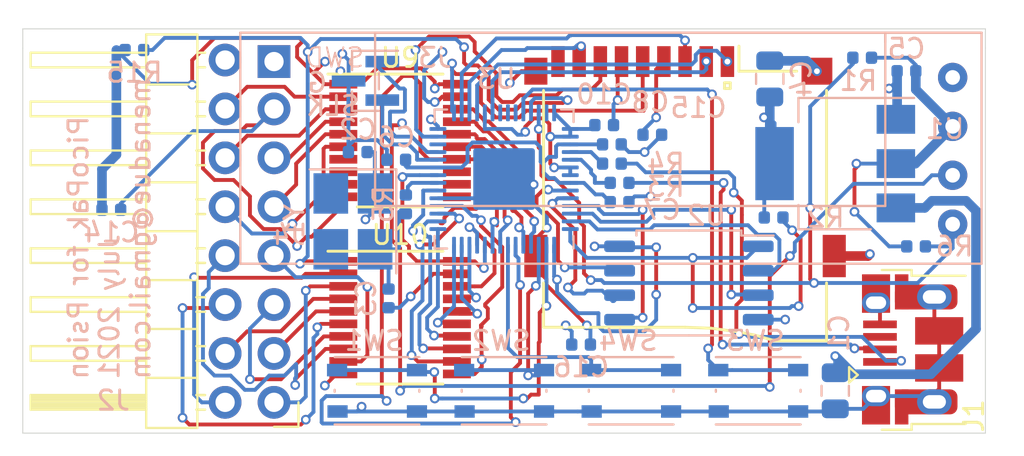
<source format=kicad_pcb>
(kicad_pcb (version 20171130) (host pcbnew 5.1.5+dfsg1-2build2)
  (layers (0 F.Cu signal) (1 In1.Cu signal hide) (2 In2.Cu signal hide) (31 B.Cu signal) (34 B.Paste user) (35 F.Paste user) (36 B.SilkS user) (37 F.SilkS user) (38 B.Mask user hide) (39 F.Mask user hide) (44 Edge.Cuts user))
  (net 0 "")
  (net 1 GND)
  (net 2 VBUS)
  (net 3 "Net-(C3-Pad1)")
  (net 4 +3V3)
  (net 5 +1V1)
  (net 6 /QSPI_SS)
  (net 7 /XIN)
  (net 8 /USB_D-)
  (net 9 /USB_D+)
  (net 10 /SWCLK)
  (net 11 /SWD)
  (net 12 "Net-(R3-Pad2)")
  (net 13 "Net-(R4-Pad2)")
  (net 14 /XOUT)
  (net 15 /QSPI_SD3)
  (net 16 /QSPI_SCLK)
  (net 17 /QSPI_SD0)
  (net 18 /QSPI_SD2)
  (net 19 /QSPI_SD1)
  (net 20 I2C_SCLK)
  (net 21 I2C_SDA)
  (net 22 LS_DIR)
  (net 23 SW0)
  (net 24 SW1)
  (net 25 SW2)
  (net 26 SW3)
  (net 27 SD_DAT2)
  (net 28 SD_DAT1)
  (net 29 SD_CLK)
  (net 30 P_SPGM)
  (net 31 P_SS)
  (net 32 P_SOE)
  (net 33 P_SMR)
  (net 34 P_SCLK)
  (net 35 SCLK)
  (net 36 SMR)
  (net 37 SOE)
  (net 38 SS)
  (net 39 SPGM)
  (net 40 P_SD0)
  (net 41 P_SD1)
  (net 42 P_SD2)
  (net 43 P_SD3)
  (net 44 P_SD4)
  (net 45 P_SD5)
  (net 46 P_SD6)
  (net 47 P_SD7)
  (net 48 SD7)
  (net 49 SD6)
  (net 50 SD5)
  (net 51 SD4)
  (net 52 SD3)
  (net 53 SD2)
  (net 54 SD1)
  (net 55 SD0)
  (net 56 MISO_D0)
  (net 57 MOSI_DI)
  (net 58 SD_SS)
  (module Capacitor_SMD:C_0402_1005Metric (layer B.Cu) (at 206.4 80.3)
    (fp_text reference R6 (at 2 0) (layer B.SilkS) (effects (justify mirror)))
    (fp_text value R_Small)
    (pad 2 smd roundrect (at 0.485 0) (size 0.59 0.64) (layers B.Cu B.Paste B.Mask) (net 21 I2C_SDA))
    (pad 1 smd roundrect (at -0.485 0) (size 0.59 0.64) (layers B.Cu B.Paste B.Mask) (net 4 +3V3))
  )
  (module Capacitor_SMD:C_0402_1005Metric (layer B.Cu) (at 165.8 70.1)
    (fp_text reference R15 (at 0 1.17) (layer B.SilkS) (effects (justify mirror)))
    (fp_text value R_Small)
    (pad 2 smd roundrect (at 0.485 0) (size 0.59 0.64) (layers B.Cu B.Paste B.Mask) (net 22 LS_DIR))
    (pad 1 smd roundrect (at -0.485 0) (size 0.59 0.64) (layers B.Cu B.Paste B.Mask) (net 4 +3V3))
  )
  (module Capacitor_SMD:C_0402_1005Metric (layer B.Cu) (at 203.6 70.5 180)
    (fp_text reference R1 (at 0.2 -1.2 180) (layer B.SilkS) (effects (justify mirror)))
    (fp_text value R_Small)
    (pad 2 smd roundrect (at 0.485 0 180) (size 0.59 0.64) (layers B.Cu B.Paste B.Mask) (net 21 I2C_SDA))
    (pad 1 smd roundrect (at -0.485 0 180) (size 0.59 0.64) (layers B.Cu B.Paste B.Mask) (net 4 +3V3))
  )
  (module Package_SO:TSSOP-20_4.4x6.5mm_P0.65mm (layer F.Cu) (at 179.6 74.8)
    (fp_text reference U9 (at 0 -4.3) (layer F.SilkS))
    (fp_text value 74LS245)
    (pad 20 smd rect (at 2.95 -2.925) (size 1.45 0.45) (layers F.Cu F.Paste F.Mask) (net 4 +3V3))
    (pad 19 smd rect (at 2.95 -2.275) (size 1.45 0.45) (layers F.Cu F.Paste F.Mask) (net 1 GND))
    (pad 18 smd rect (at 2.95 -1.625) (size 1.45 0.45) (layers F.Cu F.Paste F.Mask) (net 30 P_SPGM))
    (pad 17 smd rect (at 2.95 -0.975) (size 1.45 0.45) (layers F.Cu F.Paste F.Mask) (net 31 P_SS))
    (pad 16 smd rect (at 2.95 -0.325) (size 1.45 0.45) (layers F.Cu F.Paste F.Mask) (net 32 P_SOE))
    (pad 15 smd rect (at 2.95 0.325) (size 1.45 0.45) (layers F.Cu F.Paste F.Mask) (net 33 P_SMR))
    (pad 14 smd rect (at 2.95 0.975) (size 1.45 0.45) (layers F.Cu F.Paste F.Mask) (net 34 P_SCLK))
    (pad 13 smd rect (at 2.95 1.625) (size 1.45 0.45) (layers F.Cu F.Paste F.Mask))
    (pad 12 smd rect (at 2.95 2.275) (size 1.45 0.45) (layers F.Cu F.Paste F.Mask))
    (pad 11 smd rect (at 2.95 2.925) (size 1.45 0.45) (layers F.Cu F.Paste F.Mask))
    (pad 10 smd rect (at -2.95 2.925) (size 1.45 0.45) (layers F.Cu F.Paste F.Mask) (net 1 GND))
    (pad 9 smd rect (at -2.95 2.275) (size 1.45 0.45) (layers F.Cu F.Paste F.Mask))
    (pad 8 smd rect (at -2.95 1.625) (size 1.45 0.45) (layers F.Cu F.Paste F.Mask))
    (pad 7 smd rect (at -2.95 0.975) (size 1.45 0.45) (layers F.Cu F.Paste F.Mask))
    (pad 6 smd rect (at -2.95 0.325) (size 1.45 0.45) (layers F.Cu F.Paste F.Mask) (net 35 SCLK))
    (pad 5 smd rect (at -2.95 -0.325) (size 1.45 0.45) (layers F.Cu F.Paste F.Mask) (net 36 SMR))
    (pad 4 smd rect (at -2.95 -0.975) (size 1.45 0.45) (layers F.Cu F.Paste F.Mask) (net 37 SOE))
    (pad 3 smd rect (at -2.95 -1.625) (size 1.45 0.45) (layers F.Cu F.Paste F.Mask) (net 38 SS))
    (pad 2 smd rect (at -2.95 -2.275) (size 1.45 0.45) (layers F.Cu F.Paste F.Mask) (net 39 SPGM))
    (pad 1 smd rect (at -2.95 -2.925) (size 1.45 0.45) (layers F.Cu F.Paste F.Mask) (net 4 +3V3))
  )
  (module rp2040:RP2040-QFN-56-no_holes (layer B.Cu) (at 185 76.8 90)
    (fp_text reference U3 (at 5.2 -0.4) (layer B.SilkS) (effects (justify mirror)))
    (fp_text value RP2040)
    (pad 57 smd roundrect (at 0 0 90) (size 3.2 3.2) (layers B.Cu B.Mask) (roundrect_rratio 0.045) (net 1 GND))
    (pad 1 smd roundrect (at -3.4375 2.6 90) (size 0.875 0.2) (layers B.Cu B.Paste B.Mask) (net 4 +3V3))
    (pad 2 smd roundrect (at -3.4375 2.2 90) (size 0.875 0.2) (layers B.Cu B.Paste B.Mask) (net 23 SW0))
    (pad 3 smd roundrect (at -3.4375 1.8 90) (size 0.875 0.2) (layers B.Cu B.Paste B.Mask) (net 24 SW1))
    (pad 4 smd roundrect (at -3.4375 1.4 90) (size 0.875 0.2) (layers B.Cu B.Paste B.Mask) (net 30 P_SPGM))
    (pad 5 smd roundrect (at -3.4375 1 90) (size 0.875 0.2) (layers B.Cu B.Paste B.Mask) (net 31 P_SS))
    (pad 6 smd roundrect (at -3.4375 0.6 90) (size 0.875 0.2) (layers B.Cu B.Paste B.Mask) (net 34 P_SCLK))
    (pad 7 smd roundrect (at -3.4375 0.2 90) (size 0.875 0.2) (layers B.Cu B.Paste B.Mask) (net 26 SW3))
    (pad 8 smd roundrect (at -3.4375 -0.2 90) (size 0.875 0.2) (layers B.Cu B.Paste B.Mask) (net 32 P_SOE))
    (pad 9 smd roundrect (at -3.4375 -0.6 90) (size 0.875 0.2) (layers B.Cu B.Paste B.Mask) (net 33 P_SMR))
    (pad 10 smd roundrect (at -3.4375 -1 90) (size 0.875 0.2) (layers B.Cu B.Paste B.Mask) (net 4 +3V3))
    (pad 11 smd roundrect (at -3.4375 -1.4 90) (size 0.875 0.2) (layers B.Cu B.Paste B.Mask) (net 40 P_SD0))
    (pad 12 smd roundrect (at -3.4375 -1.8 90) (size 0.875 0.2) (layers B.Cu B.Paste B.Mask) (net 41 P_SD1))
    (pad 13 smd roundrect (at -3.4375 -2.2 90) (size 0.875 0.2) (layers B.Cu B.Paste B.Mask) (net 42 P_SD2))
    (pad 14 smd roundrect (at -3.4375 -2.6 90) (size 0.875 0.2) (layers B.Cu B.Paste B.Mask) (net 43 P_SD3))
    (pad 15 smd roundrect (at -2.6 -3.4375 90) (size 0.2 0.875) (layers B.Cu B.Paste B.Mask) (net 44 P_SD4))
    (pad 16 smd roundrect (at -2.2 -3.4375 90) (size 0.2 0.875) (layers B.Cu B.Paste B.Mask) (net 45 P_SD5))
    (pad 17 smd roundrect (at -1.8 -3.4375 90) (size 0.2 0.875) (layers B.Cu B.Paste B.Mask) (net 46 P_SD6))
    (pad 18 smd roundrect (at -1.4 -3.4375 90) (size 0.2 0.875) (layers B.Cu B.Paste B.Mask) (net 47 P_SD7))
    (pad 19 smd roundrect (at -1 -3.4375 90) (size 0.2 0.875) (layers B.Cu B.Paste B.Mask) (net 1 GND))
    (pad 20 smd roundrect (at -0.6 -3.4375 90) (size 0.2 0.875) (layers B.Cu B.Paste B.Mask) (net 7 /XIN))
    (pad 21 smd roundrect (at -0.2 -3.4375 90) (size 0.2 0.875) (layers B.Cu B.Paste B.Mask) (net 14 /XOUT))
    (pad 22 smd roundrect (at 0.2 -3.4375 90) (size 0.2 0.875) (layers B.Cu B.Paste B.Mask) (net 4 +3V3))
    (pad 23 smd roundrect (at 0.6 -3.4375 90) (size 0.2 0.875) (layers B.Cu B.Paste B.Mask) (net 5 +1V1))
    (pad 24 smd roundrect (at 1 -3.4375 90) (size 0.2 0.875) (layers B.Cu B.Paste B.Mask) (net 10 /SWCLK))
    (pad 25 smd roundrect (at 1.4 -3.4375 90) (size 0.2 0.875) (layers B.Cu B.Paste B.Mask) (net 11 /SWD))
    (pad 26 smd roundrect (at 1.8 -3.4375 90) (size 0.2 0.875) (layers B.Cu B.Paste B.Mask))
    (pad 27 smd roundrect (at 2.2 -3.4375 90) (size 0.2 0.875) (layers B.Cu B.Paste B.Mask) (net 56 MISO_D0))
    (pad 28 smd roundrect (at 2.6 -3.4375 90) (size 0.2 0.875) (layers B.Cu B.Paste B.Mask) (net 20 I2C_SCLK))
    (pad 29 smd roundrect (at 3.4375 -2.6 90) (size 0.875 0.2) (layers B.Cu B.Paste B.Mask) (net 29 SD_CLK))
    (pad 30 smd roundrect (at 3.4375 -2.2 90) (size 0.875 0.2) (layers B.Cu B.Paste B.Mask) (net 57 MOSI_DI))
    (pad 31 smd roundrect (at 3.4375 -1.8 90) (size 0.875 0.2) (layers B.Cu B.Paste B.Mask) (net 28 SD_DAT1))
    (pad 32 smd roundrect (at 3.4375 -1.4 90) (size 0.875 0.2) (layers B.Cu B.Paste B.Mask) (net 27 SD_DAT2))
    (pad 33 smd roundrect (at 3.4375 -1 90) (size 0.875 0.2) (layers B.Cu B.Paste B.Mask) (net 4 +3V3))
    (pad 34 smd roundrect (at 3.4375 -0.6 90) (size 0.875 0.2) (layers B.Cu B.Paste B.Mask) (net 58 SD_SS))
    (pad 35 smd roundrect (at 3.4375 -0.2 90) (size 0.875 0.2) (layers B.Cu B.Paste B.Mask))
    (pad 36 smd roundrect (at 3.4375 0.2 90) (size 0.875 0.2) (layers B.Cu B.Paste B.Mask))
    (pad 37 smd roundrect (at 3.4375 0.6 90) (size 0.875 0.2) (layers B.Cu B.Paste B.Mask))
    (pad 38 smd roundrect (at 3.4375 1 90) (size 0.875 0.2) (layers B.Cu B.Paste B.Mask) (net 25 SW2))
    (pad 39 smd roundrect (at 3.4375 1.4 90) (size 0.875 0.2) (layers B.Cu B.Paste B.Mask) (net 22 LS_DIR))
    (pad 40 smd roundrect (at 3.4375 1.8 90) (size 0.875 0.2) (layers B.Cu B.Paste B.Mask) (net 21 I2C_SDA))
    (pad 41 smd roundrect (at 3.4375 2.2 90) (size 0.875 0.2) (layers B.Cu B.Paste B.Mask))
    (pad 42 smd roundrect (at 3.4375 2.6 90) (size 0.875 0.2) (layers B.Cu B.Paste B.Mask) (net 4 +3V3))
    (pad 43 smd roundrect (at 2.6 3.4375 90) (size 0.2 0.875) (layers B.Cu B.Paste B.Mask) (net 4 +3V3))
    (pad 44 smd roundrect (at 2.2 3.4375 90) (size 0.2 0.875) (layers B.Cu B.Paste B.Mask) (net 4 +3V3))
    (pad 45 smd roundrect (at 1.8 3.4375 90) (size 0.2 0.875) (layers B.Cu B.Paste B.Mask) (net 5 +1V1))
    (pad 46 smd roundrect (at 1.4 3.4375 90) (size 0.2 0.875) (layers B.Cu B.Paste B.Mask) (net 13 "Net-(R4-Pad2)"))
    (pad 47 smd roundrect (at 1 3.4375 90) (size 0.2 0.875) (layers B.Cu B.Paste B.Mask) (net 12 "Net-(R3-Pad2)"))
    (pad 48 smd roundrect (at 0.6 3.4375 90) (size 0.2 0.875) (layers B.Cu B.Paste B.Mask) (net 4 +3V3))
    (pad 49 smd roundrect (at 0.2 3.4375 90) (size 0.2 0.875) (layers B.Cu B.Paste B.Mask) (net 4 +3V3))
    (pad 50 smd roundrect (at -0.2 3.4375 90) (size 0.2 0.875) (layers B.Cu B.Paste B.Mask) (net 5 +1V1))
    (pad 51 smd roundrect (at -0.6 3.4375 90) (size 0.2 0.875) (layers B.Cu B.Paste B.Mask) (net 15 /QSPI_SD3))
    (pad 52 smd roundrect (at -1 3.4375 90) (size 0.2 0.875) (layers B.Cu B.Paste B.Mask) (net 16 /QSPI_SCLK))
    (pad 53 smd roundrect (at -1.4 3.4375 90) (size 0.2 0.875) (layers B.Cu B.Paste B.Mask) (net 17 /QSPI_SD0))
    (pad 54 smd roundrect (at -1.8 3.4375 90) (size 0.2 0.875) (layers B.Cu B.Paste B.Mask) (net 18 /QSPI_SD2))
    (pad 55 smd roundrect (at -2.2 3.4375 90) (size 0.2 0.875) (layers B.Cu B.Paste B.Mask) (net 19 /QSPI_SD1))
    (pad 56 smd roundrect (at -2.6 3.4375 90) (size 0.2 0.875) (layers B.Cu B.Paste B.Mask) (net 6 /QSPI_SS))
  )
  (module Crystal:Crystal_SMD_3225-4Pin_3.2x2.5mm_HandSoldering (layer B.Cu) (at 177.15 79 270)
    (fp_text reference Y1 (at 0 3.05 90) (layer B.SilkS) (effects (justify mirror)))
    (fp_text value ABLS-12.000MHZ-B4-T)
    (pad 4 smd rect (at -1.45 1.15 270) (size 2.1 1.8) (layers B.Cu B.Paste B.Mask))
    (pad 3 smd rect (at 1.45 1.15 270) (size 2.1 1.8) (layers B.Cu B.Paste B.Mask))
    (pad 2 smd rect (at 1.45 -1.15 270) (size 2.1 1.8) (layers B.Cu B.Paste B.Mask) (net 3 "Net-(C3-Pad1)"))
    (pad 1 smd rect (at -1.45 -1.15 270) (size 2.1 1.8) (layers B.Cu B.Paste B.Mask) (net 7 /XIN))
  )
  (module ajm_kicad:OLED_SMALL (layer B.Cu) (at 208.3 79.2)
    (fp_text reference J4 (at -34.5 0.5) (layer B.SilkS) (effects (justify mirror)))
    (fp_text value Conn_01x04_Female)
    (pad 4 thru_hole circle (at 0 -0.055 180) (size 1.524 1.524) (drill 0.762) (layers *.Cu *.Mask) (net 21 I2C_SDA))
    (pad 3 thru_hole circle (at 0 -2.595 180) (size 1.524 1.524) (drill 0.762) (layers *.Cu *.Mask) (net 20 I2C_SCLK))
    (pad 2 thru_hole circle (at 0 -5.135 180) (size 1.524 1.524) (drill 0.762) (layers *.Cu *.Mask) (net 4 +3V3))
    (pad 1 thru_hole circle (at 0 -7.675 180) (size 1.524 1.524) (drill 0.762) (layers *.Cu *.Mask) (net 1 GND))
  )
  (module Button_Switch_SMD:SW_Push_1P1T_NO_Vertical_Wuerth_434133025816 (layer B.Cu) (at 191.6 87.8 180)
    (fp_text reference SW4 (at 0.15 2.6) (layer B.SilkS) (effects (justify mirror)))
    (fp_text value sw)
    (pad 2 smd rect (at 2.05 -1.075 180) (size 1.05 0.65) (layers B.Cu B.Paste B.Mask) (net 1 GND))
    (pad 1 smd rect (at 2.075 1.075 180) (size 1.05 0.65) (layers B.Cu B.Paste B.Mask) (net 26 SW3))
    (pad 2 smd rect (at -2.075 -1.075 180) (size 1.05 0.65) (layers B.Cu B.Paste B.Mask) (net 1 GND))
    (pad 1 smd rect (at -2.075 1.075 180) (size 1.05 0.65) (layers B.Cu B.Paste B.Mask) (net 26 SW3))
  )
  (module Button_Switch_SMD:SW_Push_1P1T_NO_Vertical_Wuerth_434133025816 (layer B.Cu) (at 198.2 87.8 180)
    (fp_text reference SW3 (at 0.15 2.6) (layer B.SilkS) (effects (justify mirror)))
    (fp_text value sw)
    (pad 2 smd rect (at 2.05 -1.075 180) (size 1.05 0.65) (layers B.Cu B.Paste B.Mask) (net 1 GND))
    (pad 1 smd rect (at 2.075 1.075 180) (size 1.05 0.65) (layers B.Cu B.Paste B.Mask) (net 25 SW2))
    (pad 2 smd rect (at -2.075 -1.075 180) (size 1.05 0.65) (layers B.Cu B.Paste B.Mask) (net 1 GND))
    (pad 1 smd rect (at -2.075 1.075 180) (size 1.05 0.65) (layers B.Cu B.Paste B.Mask) (net 25 SW2))
  )
  (module Button_Switch_SMD:SW_Push_1P1T_NO_Vertical_Wuerth_434133025816 (layer B.Cu) (at 185 87.8 180)
    (fp_text reference SW2 (at 0.15 2.6) (layer B.SilkS) (effects (justify mirror)))
    (fp_text value sw)
    (pad 2 smd rect (at 2.05 -1.075 180) (size 1.05 0.65) (layers B.Cu B.Paste B.Mask) (net 1 GND))
    (pad 1 smd rect (at 2.075 1.075 180) (size 1.05 0.65) (layers B.Cu B.Paste B.Mask) (net 24 SW1))
    (pad 2 smd rect (at -2.075 -1.075 180) (size 1.05 0.65) (layers B.Cu B.Paste B.Mask) (net 1 GND))
    (pad 1 smd rect (at -2.075 1.075 180) (size 1.05 0.65) (layers B.Cu B.Paste B.Mask) (net 24 SW1))
  )
  (module Button_Switch_SMD:SW_Push_1P1T_NO_Vertical_Wuerth_434133025816 (layer B.Cu) (at 178.4 87.8 180)
    (fp_text reference SW1 (at 0.15 2.6) (layer B.SilkS) (effects (justify mirror)))
    (fp_text value sw)
    (pad 2 smd rect (at 2.05 -1.075 180) (size 1.05 0.65) (layers B.Cu B.Paste B.Mask) (net 1 GND))
    (pad 1 smd rect (at 2.075 1.075 180) (size 1.05 0.65) (layers B.Cu B.Paste B.Mask) (net 23 SW0))
    (pad 2 smd rect (at -2.075 -1.075 180) (size 1.05 0.65) (layers B.Cu B.Paste B.Mask) (net 1 GND))
    (pad 1 smd rect (at -2.075 1.075 180) (size 1.05 0.65) (layers B.Cu B.Paste B.Mask) (net 23 SW0))
  )
  (module ajm_kicad:Conn_uSDcard (layer F.Cu) (at 194.4 81.2)
    (fp_text reference XS1)
    (fp_text value SD_ebay-uSD-push_push_SMD)
    (pad 6 smd rect (at 7.75 -0.4) (size 1.2 2.2) (layers F.Cu F.Paste F.Mask) (net 1 GND))
    (pad 6 smd rect (at -7.75 -0.4) (size 1.2 2.2) (layers F.Cu F.Paste F.Mask) (net 1 GND))
    (pad 6 smd rect (at 6.85 -10) (size 1.6 1.4) (layers F.Cu F.Paste F.Mask) (net 1 GND))
    (pad 6 smd rect (at -7.75 -10) (size 1.2 1.4) (layers F.Cu F.Paste F.Mask) (net 1 GND))
    (pad 9 smd rect (at -6.6 -10.5) (size 0.7 1.6) (layers F.Cu F.Paste F.Mask))
    (pad 7 smd rect (at -4.4 -10.5) (size 0.7 1.6) (layers F.Cu F.Paste F.Mask) (net 56 MISO_D0))
    (pad 8 smd rect (at -5.5 -10.5) (size 0.7 1.6) (layers F.Cu F.Paste F.Mask) (net 28 SD_DAT1))
    (pad 6 smd rect (at -3.3 -10.5) (size 0.7 1.6) (layers F.Cu F.Paste F.Mask) (net 1 GND))
    (pad 5 smd rect (at -2.2 -10.5) (size 0.7 1.6) (layers F.Cu F.Paste F.Mask) (net 29 SD_CLK))
    (pad 4 smd rect (at -1.1 -10.5) (size 0.7 1.6) (layers F.Cu F.Paste F.Mask) (net 4 +3V3))
    (pad 1 smd rect (at 2.2 -10.5) (size 0.7 1.6) (layers F.Cu F.Paste F.Mask) (net 27 SD_DAT2))
    (pad 2 smd rect (at 1.1 -10.5) (size 0.7 1.6) (layers F.Cu F.Paste F.Mask) (net 58 SD_SS))
    (pad 3 smd rect (at 0 -10.5) (size 0.7 1.6) (layers F.Cu F.Paste F.Mask) (net 57 MOSI_DI))
  )
  (module psion_org_2:Psion_datapak_2x08_P2.54mm_Horizontal (layer F.Cu) (at 173.05 88.4 180)
    (fp_text reference J2 (at 8.35 0.1) (layer B.SilkS) (effects (justify mirror)))
    (fp_text value Conn_02x08_Odd_Even)
    (pad 1 thru_hole rect (at 0 17.7 180) (size 1.7 1.7) (drill 1) (layers *.Cu *.Mask))
    (pad 2 thru_hole oval (at 2.54 17.78) (size 1.7 1.7) (drill 1) (layers *.Cu *.Mask))
    (pad 3 thru_hole oval (at 0 15.24 180) (size 1.7 1.7) (drill 1) (layers *.Cu *.Mask) (net 1 GND))
    (pad 4 thru_hole oval (at 2.54 15.24) (size 1.7 1.7) (drill 1) (layers *.Cu *.Mask) (net 39 SPGM))
    (pad 5 thru_hole oval (at 0 12.7 180) (size 1.7 1.7) (drill 1) (layers *.Cu *.Mask) (net 37 SOE))
    (pad 6 thru_hole oval (at 2.54 12.7) (size 1.7 1.7) (drill 1) (layers *.Cu *.Mask) (net 38 SS))
    (pad 7 thru_hole oval (at 0 10.16 180) (size 1.7 1.7) (drill 1) (layers *.Cu *.Mask) (net 36 SMR))
    (pad 8 thru_hole oval (at 2.54 10.16) (size 1.7 1.7) (drill 1) (layers *.Cu *.Mask) (net 35 SCLK))
    (pad 9 thru_hole oval (at 0 7.62 180) (size 1.7 1.7) (drill 1) (layers *.Cu *.Mask) (net 48 SD7))
    (pad 10 thru_hole oval (at 2.54 7.62) (size 1.7 1.7) (drill 1) (layers *.Cu *.Mask) (net 49 SD6))
    (pad 11 thru_hole oval (at 0 5.08 180) (size 1.7 1.7) (drill 1) (layers *.Cu *.Mask) (net 50 SD5))
    (pad 12 thru_hole oval (at 2.54 5.08) (size 1.7 1.7) (drill 1) (layers *.Cu *.Mask) (net 51 SD4))
    (pad 13 thru_hole oval (at 0 2.54 180) (size 1.7 1.7) (drill 1) (layers *.Cu *.Mask) (net 52 SD3))
    (pad 14 thru_hole oval (at 2.54 2.54) (size 1.7 1.7) (drill 1) (layers *.Cu *.Mask) (net 53 SD2))
    (pad 15 thru_hole oval (at 0 0 180) (size 1.7 1.7) (drill 1) (layers *.Cu *.Mask) (net 54 SD1))
    (pad 16 thru_hole oval (at 2.54 0) (size 1.7 1.7) (drill 1) (layers *.Cu *.Mask) (net 55 SD0))
  )
  (module Package_SO:TSSOP-20_4.4x6.5mm_P0.65mm (layer F.Cu) (at 179.6 84)
    (fp_text reference U10 (at 0 -4.3) (layer F.SilkS))
    (fp_text value 74LS245)
    (pad 20 smd rect (at 2.95 -2.925) (size 1.45 0.45) (layers F.Cu F.Paste F.Mask) (net 4 +3V3))
    (pad 19 smd rect (at 2.95 -2.275) (size 1.45 0.45) (layers F.Cu F.Paste F.Mask) (net 1 GND))
    (pad 18 smd rect (at 2.95 -1.625) (size 1.45 0.45) (layers F.Cu F.Paste F.Mask) (net 40 P_SD0))
    (pad 17 smd rect (at 2.95 -0.975) (size 1.45 0.45) (layers F.Cu F.Paste F.Mask) (net 41 P_SD1))
    (pad 16 smd rect (at 2.95 -0.325) (size 1.45 0.45) (layers F.Cu F.Paste F.Mask) (net 42 P_SD2))
    (pad 15 smd rect (at 2.95 0.325) (size 1.45 0.45) (layers F.Cu F.Paste F.Mask) (net 43 P_SD3))
    (pad 14 smd rect (at 2.95 0.975) (size 1.45 0.45) (layers F.Cu F.Paste F.Mask) (net 44 P_SD4))
    (pad 13 smd rect (at 2.95 1.625) (size 1.45 0.45) (layers F.Cu F.Paste F.Mask) (net 45 P_SD5))
    (pad 12 smd rect (at 2.95 2.275) (size 1.45 0.45) (layers F.Cu F.Paste F.Mask) (net 46 P_SD6))
    (pad 11 smd rect (at 2.95 2.925) (size 1.45 0.45) (layers F.Cu F.Paste F.Mask) (net 47 P_SD7))
    (pad 10 smd rect (at -2.95 2.925) (size 1.45 0.45) (layers F.Cu F.Paste F.Mask) (net 1 GND))
    (pad 9 smd rect (at -2.95 2.275) (size 1.45 0.45) (layers F.Cu F.Paste F.Mask) (net 48 SD7))
    (pad 8 smd rect (at -2.95 1.625) (size 1.45 0.45) (layers F.Cu F.Paste F.Mask) (net 49 SD6))
    (pad 7 smd rect (at -2.95 0.975) (size 1.45 0.45) (layers F.Cu F.Paste F.Mask) (net 50 SD5))
    (pad 6 smd rect (at -2.95 0.325) (size 1.45 0.45) (layers F.Cu F.Paste F.Mask) (net 51 SD4))
    (pad 5 smd rect (at -2.95 -0.325) (size 1.45 0.45) (layers F.Cu F.Paste F.Mask) (net 52 SD3))
    (pad 4 smd rect (at -2.95 -0.975) (size 1.45 0.45) (layers F.Cu F.Paste F.Mask) (net 53 SD2))
    (pad 3 smd rect (at -2.95 -1.625) (size 1.45 0.45) (layers F.Cu F.Paste F.Mask) (net 54 SD1))
    (pad 2 smd rect (at -2.95 -2.275) (size 1.45 0.45) (layers F.Cu F.Paste F.Mask) (net 55 SD0))
    (pad 1 smd rect (at -2.95 -2.925) (size 1.45 0.45) (layers F.Cu F.Paste F.Mask) (net 22 LS_DIR))
  )
  (module Connector_PinHeader_1.00mm:PinHeader_1x03_P1.00mm_Vertical_SMD_Pin1Left (layer B.Cu) (at 177.8 71.7 180)
    (fp_text reference J3 (at -3.6 1.2) (layer B.SilkS) (effects (justify mirror)))
    (fp_text value Conn_01x03_Female)
    (pad 2 smd rect (at 0.875 0 180) (size 1.75 0.6) (layers B.Cu B.Paste B.Mask) (net 1 GND))
    (pad 3 smd rect (at -0.875 -1 180) (size 1.75 0.6) (layers B.Cu B.Paste B.Mask) (net 10 /SWCLK))
    (pad 1 smd rect (at -0.875 1 180) (size 1.75 0.6) (layers B.Cu B.Paste B.Mask) (net 11 /SWD))
  )
  (module RP2040_minimal:USB_Micro-B_Amphenol_10103594-0001LF_Horizontal_modified (layer F.Cu) (at 207.35 85.65 90)
    (fp_text reference J1 (at -3.45 2.05 -90) (layer F.SilkS))
    (fp_text value USB_B_Micro)
    (pad 6 thru_hole oval (at 2.425 -3.03 180) (size 1.45 1.05) (drill oval 1.05 0.65) (layers *.Cu *.Mask) (net 1 GND))
    (pad 6 smd rect (at 2.9875 -1.7 90) (size 1.825 0.7) (layers F.Cu F.Paste F.Mask) (net 1 GND))
    (pad 6 smd roundrect (at 2.725 -0.425 90) (size 1.3 3.25) (layers F.Cu F.Paste F.Mask) (roundrect_rratio 0.296) (net 1 GND))
    (pad 6 smd roundrect (at -2.725 -0.425 90) (size 1.3 3.25) (layers F.Cu F.Paste F.Mask) (roundrect_rratio 0.296) (net 1 GND))
    (pad 6 smd rect (at -2.9875 -1.7 90) (size 1.825 0.7) (layers F.Cu F.Paste F.Mask) (net 1 GND))
    (pad 6 smd rect (at -2.9 -3.03 90) (size 2 1.46) (layers F.Cu F.Paste F.Mask) (net 1 GND))
    (pad 6 smd rect (at 2.9 -3.03 90) (size 2 1.46) (layers F.Cu F.Paste F.Mask) (net 1 GND))
    (pad 1 smd rect (at -1.3 -2.825 180) (size 1.75 0.4) (layers F.Cu F.Paste F.Mask) (net 2 VBUS))
    (pad 2 smd rect (at -0.65 -2.825 180) (size 1.75 0.4) (layers F.Cu F.Paste F.Mask) (net 8 /USB_D-))
    (pad 3 smd rect (at 0 -2.825 180) (size 1.75 0.4) (layers F.Cu F.Paste F.Mask) (net 9 /USB_D+))
    (pad 4 smd rect (at 0.65 -2.825 180) (size 1.75 0.4) (layers F.Cu F.Paste F.Mask))
    (pad 5 smd rect (at 1.3 -2.825 180) (size 1.75 0.4) (layers F.Cu F.Paste F.Mask) (net 1 GND))
    (pad 6 thru_hole oval (at -2.425 -3.03 180) (size 1.45 1.05) (drill oval 1.05 0.65) (layers *.Cu *.Mask) (net 1 GND))
    (pad 6 thru_hole oval (at -2.725 0 180) (size 1.8 1.3) (drill oval 1.2 0.7) (layers *.Cu *.Mask) (net 1 GND))
    (pad 6 thru_hole oval (at 2.725 0 180) (size 1.8 1.3) (drill oval 1.2 0.7) (layers *.Cu *.Mask) (net 1 GND))
    (pad 6 smd rect (at -0.9625 0.25 180) (size 2.5 1.425) (layers F.Cu F.Paste F.Mask) (net 1 GND))
    (pad 6 smd rect (at 0.9625 0.25 180) (size 2.5 1.425) (layers F.Cu F.Paste F.Mask) (net 1 GND))
  )
  (module Package_SO:SOIC-8_5.23x5.23mm_P1.27mm (layer B.Cu) (at 194.6 82.2 180)
    (fp_text reference U2 (at -0.9 3.5 180) (layer B.SilkS) (effects (justify mirror)))
    (fp_text value W25Q128JVS)
    (pad 8 smd roundrect (at 3.6 1.905 180) (size 1.6 0.6) (layers B.Cu B.Paste B.Mask) (net 4 +3V3))
    (pad 7 smd roundrect (at 3.6 0.635 180) (size 1.6 0.6) (layers B.Cu B.Paste B.Mask) (net 15 /QSPI_SD3))
    (pad 6 smd roundrect (at 3.6 -0.635 180) (size 1.6 0.6) (layers B.Cu B.Paste B.Mask) (net 16 /QSPI_SCLK))
    (pad 5 smd roundrect (at 3.6 -1.905 180) (size 1.6 0.6) (layers B.Cu B.Paste B.Mask) (net 17 /QSPI_SD0))
    (pad 4 smd roundrect (at -3.6 -1.905 180) (size 1.6 0.6) (layers B.Cu B.Paste B.Mask) (net 1 GND))
    (pad 3 smd roundrect (at -3.6 -0.635 180) (size 1.6 0.6) (layers B.Cu B.Paste B.Mask) (net 18 /QSPI_SD2))
    (pad 2 smd roundrect (at -3.6 0.635 180) (size 1.6 0.6) (layers B.Cu B.Paste B.Mask) (net 19 /QSPI_SD1))
    (pad 1 smd roundrect (at -3.6 1.905 180) (size 1.6 0.6) (layers B.Cu B.Paste B.Mask) (net 6 /QSPI_SS))
  )
  (module Package_TO_SOT_SMD:SOT-223-3_TabPin2 (layer B.Cu) (at 202.2 76 180)
    (fp_text reference U1 (at -5.7 1.8) (layer B.SilkS) (effects (justify mirror)))
    (fp_text value NCP1117-3.3_SOT223)
    (pad 1 smd rect (at -3.15 2.3 180) (size 2 1.5) (layers B.Cu B.Paste B.Mask) (net 1 GND))
    (pad 3 smd rect (at -3.15 -2.3 180) (size 2 1.5) (layers B.Cu B.Paste B.Mask) (net 2 VBUS))
    (pad 2 smd rect (at -3.15 0 180) (size 2 1.5) (layers B.Cu B.Paste B.Mask) (net 4 +3V3))
    (pad 2 smd rect (at 3.15 0 180) (size 2 3.8) (layers B.Cu B.Paste B.Mask) (net 4 +3V3))
  )
  (module Capacitor_SMD:C_0402_1005Metric (layer B.Cu) (at 179.9 78.115 270)
    (fp_text reference R5 (at 0 1.17 90) (layer B.SilkS) (effects (justify mirror)))
    (fp_text value 1k)
    (pad 2 smd roundrect (at 0.485 0 270) (size 0.59 0.64) (layers B.Cu B.Paste B.Mask) (net 3 "Net-(C3-Pad1)"))
    (pad 1 smd roundrect (at -0.485 0 270) (size 0.59 0.64) (layers B.Cu B.Paste B.Mask) (net 14 /XOUT))
  )
  (module Capacitor_SMD:C_0402_1005Metric (layer B.Cu) (at 190.6 76 180)
    (fp_text reference R4 (at -2.8 0) (layer B.SilkS) (effects (justify mirror)))
    (fp_text value 27)
    (pad 2 smd roundrect (at 0.485 0 180) (size 0.59 0.64) (layers B.Cu B.Paste B.Mask) (net 13 "Net-(R4-Pad2)"))
    (pad 1 smd roundrect (at -0.485 0 180) (size 0.59 0.64) (layers B.Cu B.Paste B.Mask) (net 8 /USB_D-))
  )
  (module Capacitor_SMD:C_0402_1005Metric (layer B.Cu) (at 191 77 180)
    (fp_text reference R3 (at -2.4 -0.2) (layer B.SilkS) (effects (justify mirror)))
    (fp_text value 27)
    (pad 2 smd roundrect (at 0.485 0 180) (size 0.59 0.64) (layers B.Cu B.Paste B.Mask) (net 12 "Net-(R3-Pad2)"))
    (pad 1 smd roundrect (at -0.485 0 180) (size 0.59 0.64) (layers B.Cu B.Paste B.Mask) (net 9 /USB_D+))
  )
  (module Capacitor_SMD:C_0402_1005Metric (layer B.Cu) (at 199 78.8)
    (fp_text reference R2 (at 2.7 0) (layer B.SilkS) (effects (justify mirror)))
    (fp_text value DNF)
    (pad 2 smd roundrect (at 0.485 0) (size 0.59 0.64) (layers B.Cu B.Paste B.Mask) (net 6 /QSPI_SS))
    (pad 1 smd roundrect (at -0.485 0) (size 0.59 0.64) (layers B.Cu B.Paste B.Mask) (net 4 +3V3))
  )
  (module Capacitor_SMD:C_0402_1005Metric (layer B.Cu) (at 189 85.4)
    (fp_text reference C16 (at 0 1.17) (layer B.SilkS) (effects (justify mirror)))
    (fp_text value 100n)
    (pad 2 smd roundrect (at 0.485 0) (size 0.59 0.64) (layers B.Cu B.Paste B.Mask) (net 1 GND))
    (pad 1 smd roundrect (at -0.485 0) (size 0.59 0.64) (layers B.Cu B.Paste B.Mask) (net 4 +3V3))
  )
  (module Capacitor_SMD:C_0402_1005Metric (layer B.Cu) (at 192.7 74.5)
    (fp_text reference C15 (at 2.4 -1.4) (layer B.SilkS) (effects (justify mirror)))
    (fp_text value 100n)
    (pad 2 smd roundrect (at 0.485 0) (size 0.59 0.64) (layers B.Cu B.Paste B.Mask) (net 1 GND))
    (pad 1 smd roundrect (at -0.485 0) (size 0.59 0.64) (layers B.Cu B.Paste B.Mask) (net 4 +3V3))
  )
  (module Capacitor_SMD:C_0402_1005Metric (layer B.Cu) (at 164.6 78.4)
    (fp_text reference C14 (at 0 1.17) (layer B.SilkS) (effects (justify mirror)))
    (fp_text value 100n)
    (pad 2 smd roundrect (at 0.485 0) (size 0.59 0.64) (layers B.Cu B.Paste B.Mask) (net 1 GND))
    (pad 1 smd roundrect (at -0.485 0) (size 0.59 0.64) (layers B.Cu B.Paste B.Mask) (net 4 +3V3))
  )
  (module Capacitor_SMD:C_0402_1005Metric (layer B.Cu) (at 190.2 74)
    (fp_text reference C10 (at 0 -1.6) (layer B.SilkS) (effects (justify mirror)))
    (fp_text value 1u)
    (pad 2 smd roundrect (at 0.485 0) (size 0.59 0.64) (layers B.Cu B.Paste B.Mask) (net 1 GND))
    (pad 1 smd roundrect (at -0.485 0) (size 0.59 0.64) (layers B.Cu B.Paste B.Mask) (net 4 +3V3))
  )
  (module Capacitor_SMD:C_0402_1005Metric (layer B.Cu) (at 190.6 75)
    (fp_text reference C8 (at 2 -2.2) (layer B.SilkS) (effects (justify mirror)))
    (fp_text value 1u)
    (pad 2 smd roundrect (at 0.485 0) (size 0.59 0.64) (layers B.Cu B.Paste B.Mask) (net 1 GND))
    (pad 1 smd roundrect (at -0.485 0) (size 0.59 0.64) (layers B.Cu B.Paste B.Mask) (net 5 +1V1))
  )
  (module Capacitor_SMD:C_0402_1005Metric (layer B.Cu) (at 191 78)
    (fp_text reference C7 (at 2.2 0.4) (layer B.SilkS) (effects (justify mirror)))
    (fp_text value 100n)
    (pad 2 smd roundrect (at 0.485 0) (size 0.59 0.64) (layers B.Cu B.Paste B.Mask) (net 1 GND))
    (pad 1 smd roundrect (at -0.485 0) (size 0.59 0.64) (layers B.Cu B.Paste B.Mask) (net 5 +1V1))
  )
  (module Capacitor_SMD:C_0402_1005Metric (layer B.Cu) (at 179.4 75.8 180)
    (fp_text reference C6 (at 0 1.17) (layer B.SilkS) (effects (justify mirror)))
    (fp_text value 100n)
    (pad 2 smd roundrect (at 0.485 0 180) (size 0.59 0.64) (layers B.Cu B.Paste B.Mask) (net 1 GND))
    (pad 1 smd roundrect (at -0.485 0 180) (size 0.59 0.64) (layers B.Cu B.Paste B.Mask) (net 5 +1V1))
  )
  (module Capacitor_SMD:C_0402_1005Metric (layer B.Cu) (at 205.9 71.2 180)
    (fp_text reference C5 (at 0 1.17) (layer B.SilkS) (effects (justify mirror)))
    (fp_text value 100n)
    (pad 2 smd roundrect (at 0.485 0 180) (size 0.59 0.64) (layers B.Cu B.Paste B.Mask) (net 1 GND))
    (pad 1 smd roundrect (at -0.485 0 180) (size 0.59 0.64) (layers B.Cu B.Paste B.Mask) (net 4 +3V3))
  )
  (module Capacitor_SMD:C_0805_2012Metric (layer B.Cu) (at 198.8 71.6 90)
    (fp_text reference C4 (at 0 1.65 90) (layer B.SilkS) (effects (justify mirror)))
    (fp_text value 10u)
    (pad 2 smd roundrect (at 0.9375 0 90) (size 0.975 1.4) (layers B.Cu B.Paste B.Mask) (net 1 GND))
    (pad 1 smd roundrect (at -0.9375 0 90) (size 0.975 1.4) (layers B.Cu B.Paste B.Mask) (net 4 +3V3))
  )
  (module Capacitor_SMD:C_0402_1005Metric (layer B.Cu) (at 179 83 270)
    (fp_text reference C3 (at 0 1.17 90) (layer B.SilkS) (effects (justify mirror)))
    (fp_text value 27p)
    (pad 2 smd roundrect (at 0.485 0 270) (size 0.59 0.64) (layers B.Cu B.Paste B.Mask) (net 1 GND))
    (pad 1 smd roundrect (at -0.485 0 270) (size 0.59 0.64) (layers B.Cu B.Paste B.Mask) (net 3 "Net-(C3-Pad1)"))
  )
  (module Capacitor_SMD:C_0402_1005Metric (layer B.Cu) (at 177.4 75.4 180)
    (fp_text reference C2 (at 0 1.17) (layer B.SilkS) (effects (justify mirror)))
    (fp_text value 27p)
    (pad 2 smd roundrect (at 0.485 0 180) (size 0.59 0.64) (layers B.Cu B.Paste B.Mask) (net 1 GND))
    (pad 1 smd roundrect (at -0.485 0 180) (size 0.59 0.64) (layers B.Cu B.Paste B.Mask) (net 7 /XIN))
  )
  (module Capacitor_SMD:C_0805_2012Metric (layer B.Cu) (at 202.2 87.8 270)
    (fp_text reference C1 (at -3 -0.2 270) (layer B.SilkS) (effects (justify mirror)))
    (fp_text value 10u)
    (pad 2 smd roundrect (at 0.9375 0 270) (size 0.975 1.4) (layers B.Cu B.Paste B.Mask) (net 1 GND))
    (pad 1 smd roundrect (at -0.9375 0 270) (size 0.975 1.4) (layers B.Cu B.Paste B.Mask) (net 2 VBUS))
  )
  (gr_text "PicoPak for Psion\nJuly 2021\nmenadue@gmail.com" (at 164.5 87.3 90) (layer B.SilkS) (effects (font (size 1 1)) (justify right mirror)))
  (gr_text SLK (at 176.1 73) (layer B.SilkS) (effects (font (size 1 1)) (justify mirror)))
  (gr_text G (at 175.3 71.8) (layer B.SilkS) (effects (font (size 1 1)) (justify mirror)))
  (gr_text SWD (at 176.2 70.5) (layer B.SilkS) (effects (font (size 1 1) (thickness 0.1)) (justify mirror)))
  (gr_line (start 160 69) (end 160 70) (layer Edge.Cuts) (width 0.05))
  (gr_line (start 210 69) (end 160 69) (layer Edge.Cuts) (width 0.05))
  (gr_line (start 210 70) (end 210 69) (layer Edge.Cuts) (width 0.05))
  (gr_line (start 160 70) (end 160 90) (layer Edge.Cuts) (width 0.05))
  (gr_line (start 210 90) (end 210 70) (layer Edge.Cuts) (width 0.05))
  (gr_line (start 160 90) (end 210 90) (layer Edge.Cuts) (width 0.05))
  (segment (start 196.85 86.725) (end 196.125 86.725) (width 0.2) (layer B.Cu) (net 25))
  (segment (start 201.7375 88.7375) (end 202.2 88.7375) (width 0.2) (layer B.Cu) (net 1))
  (segment (start 203.6575 88.7375) (end 204.32 88.075) (width 0.2) (layer B.Cu) (net 1))
  (segment (start 202.2 88.7375) (end 203.6575 88.7375) (width 0.2) (layer B.Cu) (net 1))
  (segment (start 207.05 88.075) (end 207.35 88.375) (width 0.2) (layer B.Cu) (net 1))
  (segment (start 204.32 88.075) (end 207.05 88.075) (width 0.2) (layer B.Cu) (net 1))
  (segment (start 207.6 87.7) (end 206.925 88.375) (width 0.2) (layer F.Cu) (net 1))
  (segment (start 207.6 86.6125) (end 207.6 87.7) (width 0.2) (layer F.Cu) (net 1))
  (segment (start 207.35 84.4375) (end 207.6 84.6875) (width 0.2) (layer F.Cu) (net 1))
  (segment (start 207.35 82.925) (end 207.35 84.4375) (width 0.2) (layer F.Cu) (net 1))
  (segment (start 207.6 84.6875) (end 207.6 86.6125) (width 0.2) (layer F.Cu) (net 1))
  (segment (start 204.525 83.43) (end 204.32 83.225) (width 0.2) (layer F.Cu) (net 1))
  (segment (start 204.525 84.35) (end 204.525 83.43) (width 0.2) (layer F.Cu) (net 1))
  (segment (start 198.2 84.105) (end 198.495 84.105) (width 0.2) (layer B.Cu) (net 1))
  (segment (start 198.495 84.105) (end 198.59 84.2) (width 0.2) (layer B.Cu) (net 1))
  (segment (start 176.35 88.875) (end 180.475 88.875) (width 0.2) (layer B.Cu) (net 1))
  (segment (start 180.475 88.875) (end 182.95 88.875) (width 0.2) (layer B.Cu) (net 1))
  (segment (start 182.95 88.875) (end 187.675 88.875) (width 0.2) (layer B.Cu) (net 1))
  (segment (start 187.675 88.875) (end 187.075 88.875) (width 0.2) (layer B.Cu) (net 1))
  (segment (start 188.825 88.875) (end 187.075 88.875) (width 0.2) (layer B.Cu) (net 1))
  (segment (start 189.55 88.875) (end 188.825 88.875) (width 0.2) (layer B.Cu) (net 1))
  (segment (start 193.675 88.875) (end 189.55 88.875) (width 0.2) (layer B.Cu) (net 1))
  (via (at 202.2 86) (size 0.5) (drill 0.3) (layers F.Cu B.Cu) (net 2))
  (segment (start 203.15 86.95) (end 202.2 86) (width 0.2) (layer F.Cu) (net 2))
  (segment (start 204.525 86.95) (end 203.15 86.95) (width 0.2) (layer F.Cu) (net 2))
  (segment (start 202.2 86) (end 202.2 86.8625) (width 0.2) (layer B.Cu) (net 2))
  (segment (start 179 81.1) (end 178.35 80.45) (width 0.2) (layer B.Cu) (net 3))
  (segment (start 179 82.515) (end 179 81.1) (width 0.2) (layer B.Cu) (net 3))
  (segment (start 178.93 80.45) (end 178.35 80.45) (width 0.2) (layer B.Cu) (net 3))
  (segment (start 189.515 74.2) (end 189.715 74) (width 0.2) (layer B.Cu) (net 4))
  (segment (start 188.4375 74.2) (end 189.515 74.2) (width 0.2) (layer B.Cu) (net 4))
  (segment (start 188.4375 74.2) (end 188.4375 74.6) (width 0.2) (layer B.Cu) (net 4))
  (segment (start 188.4375 76.6) (end 188.4375 76.2) (width 0.2) (layer B.Cu) (net 4))
  (via (at 187.6 76.2) (size 0.5) (drill 0.3) (layers F.Cu B.Cu) (net 4))
  (segment (start 188.4375 76.2) (end 187.6 76.2) (width 0.2) (layer B.Cu) (net 4))
  (via (at 187.4 74.6) (size 0.5) (drill 0.3) (layers F.Cu B.Cu) (net 4))
  (segment (start 187.6 74.6) (end 188.4375 74.6) (width 0.2) (layer B.Cu) (net 4))
  (segment (start 187.4 76) (end 187.6 76.2) (width 0.2) (layer F.Cu) (net 4))
  (segment (start 187.4 74.6) (end 187.4 76) (width 0.2) (layer F.Cu) (net 4))
  (segment (start 188.4375 75) (end 190.115 75) (width 0.2) (layer B.Cu) (net 5))
  (segment (start 188 75) (end 188.4375 75) (width 0.2) (layer B.Cu) (net 5))
  (segment (start 187.8 75) (end 188 75) (width 0.2) (layer B.Cu) (net 5))
  (segment (start 187.69999 75.10001) (end 187.8 75) (width 0.2) (layer B.Cu) (net 5))
  (segment (start 187.69999 75.649999) (end 187.69999 75.10001) (width 0.2) (layer B.Cu) (net 5))
  (segment (start 187.049999 75.935999) (end 187.335999 75.649999) (width 0.2) (layer B.Cu) (net 5))
  (segment (start 187.335999 76.750001) (end 187.049999 76.464001) (width 0.2) (layer B.Cu) (net 5))
  (segment (start 187.613325 76.750001) (end 187.335999 76.750001) (width 0.2) (layer B.Cu) (net 5))
  (segment (start 187.863324 77) (end 187.613325 76.750001) (width 0.2) (layer B.Cu) (net 5))
  (segment (start 187.335999 75.649999) (end 187.69999 75.649999) (width 0.2) (layer B.Cu) (net 5))
  (segment (start 188.4375 77) (end 187.863324 77) (width 0.2) (layer B.Cu) (net 5))
  (segment (start 188.4375 79.4) (end 188.4375 80.0375) (width 0.2) (layer B.Cu) (net 6))
  (segment (start 197.9 80.595) (end 198.2 80.295) (width 0.2) (layer B.Cu) (net 6))
  (segment (start 197.59999 80.89501) (end 197.9 80.595) (width 0.2) (layer B.Cu) (net 6))
  (segment (start 188.4375 80.0375) (end 189.29501 80.89501) (width 0.2) (layer B.Cu) (net 6))
  (segment (start 178.285 77.485) (end 178.35 77.55) (width 0.2) (layer B.Cu) (net 7))
  (segment (start 178.285 75.4) (end 178.285 77.485) (width 0.2) (layer B.Cu) (net 7))
  (via (at 196.928838 77.504651) (size 0.5) (drill 0.3) (layers F.Cu B.Cu) (net 8))
  (segment (start 197.350001 77.925814) (end 197.350001 78.664001) (width 0.2) (layer F.Cu) (net 8))
  (segment (start 196.928838 77.504651) (end 197.350001 77.925814) (width 0.2) (layer F.Cu) (net 8))
  (segment (start 197.350001 83.064001) (end 197.064001 83.350001) (width 0.2) (layer F.Cu) (net 8))
  (segment (start 197.350001 78.664001) (end 197.350001 83.064001) (width 0.2) (layer F.Cu) (net 8))
  (via (at 197.2 84.85) (size 0.5) (drill 0.3) (layers F.Cu B.Cu) (net 8))
  (segment (start 197.064001 84.714001) (end 197.2 84.85) (width 0.2) (layer F.Cu) (net 8))
  (segment (start 197.064001 83.350001) (end 197.064001 84.714001) (width 0.2) (layer F.Cu) (net 8))
  (segment (start 197.553553 84.85) (end 197.703553 85) (width 0.2) (layer B.Cu) (net 8))
  (segment (start 197.2 84.85) (end 197.553553 84.85) (width 0.2) (layer B.Cu) (net 8))
  (segment (start 197.703553 85) (end 203.6 85) (width 0.2) (layer B.Cu) (net 8))
  (via (at 205.623263 86.240711) (size 0.5) (drill 0.3) (layers F.Cu B.Cu) (net 8))
  (segment (start 204.840711 86.240711) (end 205.623263 86.240711) (width 0.2) (layer B.Cu) (net 8))
  (segment (start 203.6 85) (end 204.840711 86.240711) (width 0.2) (layer B.Cu) (net 8))
  (segment (start 204.584289 86.240711) (end 204.525 86.3) (width 0.2) (layer F.Cu) (net 8))
  (segment (start 205.623263 86.240711) (end 204.584289 86.240711) (width 0.2) (layer F.Cu) (net 8))
  (via (at 196.4 77) (size 0.5) (drill 0.3) (layers F.Cu B.Cu) (net 9))
  (via (at 196.35 85.4) (size 0.5) (drill 0.3) (layers F.Cu B.Cu) (net 9))
  (segment (start 196.249999 85.299999) (end 196.35 85.4) (width 0.2) (layer F.Cu) (net 9))
  (segment (start 196.249999 77.503554) (end 196.249999 85.299999) (width 0.2) (layer F.Cu) (net 9))
  (segment (start 196.4 77.353553) (end 196.249999 77.503554) (width 0.2) (layer F.Cu) (net 9))
  (segment (start 196.4 77) (end 196.4 77.353553) (width 0.2) (layer F.Cu) (net 9))
  (via (at 203.2 85.6) (size 0.5) (drill 0.3) (layers F.Cu B.Cu) (net 9))
  (segment (start 203 85.4) (end 203.2 85.6) (width 0.2) (layer B.Cu) (net 9))
  (segment (start 196.35 85.4) (end 203 85.4) (width 0.2) (layer B.Cu) (net 9))
  (segment (start 204.475 85.6) (end 204.525 85.65) (width 0.2) (layer F.Cu) (net 9))
  (segment (start 203.2 85.6) (end 204.475 85.6) (width 0.2) (layer F.Cu) (net 9))
  (segment (start 189.715 76.68) (end 189.715 77) (width 0.2) (layer B.Cu) (net 12))
  (segment (start 189.51999 76.48499) (end 189.715 76.68) (width 0.2) (layer B.Cu) (net 12))
  (segment (start 189.51999 76.31999) (end 189.51999 76.48499) (width 0.2) (layer B.Cu) (net 12))
  (segment (start 189 75.8) (end 189.51999 76.31999) (width 0.2) (layer B.Cu) (net 12))
  (segment (start 188.4375 75.8) (end 189 75.8) (width 0.2) (layer B.Cu) (net 12))
  (segment (start 189.515 75.4) (end 190.115 76) (width 0.2) (layer B.Cu) (net 13))
  (segment (start 188.4375 75.4) (end 189.515 75.4) (width 0.2) (layer B.Cu) (net 13))
  (segment (start 187.8 77.4) (end 188.4375 77.4) (width 0.2) (layer B.Cu) (net 15))
  (segment (start 188.4375 77.8) (end 187.90501 77.8) (width 0.2) (layer B.Cu) (net 16))
  (via (at 192.2 84) (size 0.5) (drill 0.3) (layers F.Cu B.Cu) (net 17))
  (segment (start 192.2 79) (end 192.2 84) (width 0.2) (layer F.Cu) (net 17))
  (segment (start 191.105 84) (end 191 84.105) (width 0.2) (layer B.Cu) (net 17))
  (segment (start 192.2 84) (end 191.105 84) (width 0.2) (layer B.Cu) (net 17))
  (segment (start 188.4375 78.2) (end 189.91999 78.2) (width 0.2) (layer B.Cu) (net 17))
  (via (at 192.2 78.4) (size 0.5) (drill 0.3) (layers F.Cu B.Cu) (net 17))
  (segment (start 191.97999 78.62001) (end 192.2 78.4) (width 0.2) (layer B.Cu) (net 17))
  (segment (start 190.182134 78.62001) (end 191.97999 78.62001) (width 0.2) (layer B.Cu) (net 17))
  (segment (start 189.91999 78.357866) (end 190.182134 78.62001) (width 0.2) (layer B.Cu) (net 17))
  (segment (start 189.91999 78.2) (end 189.91999 78.357866) (width 0.2) (layer B.Cu) (net 17))
  (segment (start 192.2 78.4) (end 192.2 79) (width 0.2) (layer F.Cu) (net 17))
  (segment (start 188.4375 78.6) (end 189.596426 78.6) (width 0.2) (layer B.Cu) (net 18))
  (segment (start 189.596426 78.6) (end 190.016445 79.02002) (width 0.2) (layer B.Cu) (net 18))
  (segment (start 192.393982 79.02002) (end 192.750001 78.664001) (width 0.2) (layer B.Cu) (net 18))
  (segment (start 190.016445 79.02002) (end 192.393982 79.02002) (width 0.2) (layer B.Cu) (net 18))
  (segment (start 192.750001 78.664001) (end 192.750001 78.449999) (width 0.2) (layer B.Cu) (net 18))
  (via (at 196.8 78.4) (size 0.5) (drill 0.3) (layers F.Cu B.Cu) (net 18))
  (segment (start 192.8 78.4) (end 196.8 78.4) (width 0.2) (layer B.Cu) (net 18))
  (segment (start 192.750001 78.449999) (end 192.8 78.4) (width 0.2) (layer B.Cu) (net 18))
  (via (at 196.8 82.8) (size 0.5) (drill 0.3) (layers F.Cu B.Cu) (net 18))
  (segment (start 196.8 78.4) (end 196.8 82.8) (width 0.2) (layer F.Cu) (net 18))
  (segment (start 198.165 82.8) (end 198.2 82.835) (width 0.2) (layer B.Cu) (net 18))
  (segment (start 196.8 82.8) (end 198.165 82.8) (width 0.2) (layer B.Cu) (net 18))
  (segment (start 199 81.565) (end 198.2 81.565) (width 0.2) (layer B.Cu) (net 19))
  (segment (start 199.30001 79.958598) (end 199.30001 81.26499) (width 0.2) (layer B.Cu) (net 19))
  (segment (start 198.165688 79.69499) (end 199.036402 79.69499) (width 0.2) (layer B.Cu) (net 19))
  (segment (start 197.670689 79.19999) (end 198.165688 79.69499) (width 0.2) (layer B.Cu) (net 19))
  (segment (start 199.30001 81.26499) (end 199 81.565) (width 0.2) (layer B.Cu) (net 19))
  (segment (start 199.036402 79.69499) (end 199.30001 79.958598) (width 0.2) (layer B.Cu) (net 19))
  (segment (start 188.4375 79) (end 189.430727 79) (width 0.2) (layer B.Cu) (net 19))
  (segment (start 189.850756 79.42003) (end 192.57997 79.42003) (width 0.2) (layer B.Cu) (net 19))
  (segment (start 189.430727 79) (end 189.850756 79.42003) (width 0.2) (layer B.Cu) (net 19))
  (segment (start 192.80001 79.19999) (end 197.670689 79.19999) (width 0.2) (layer B.Cu) (net 19))
  (segment (start 192.57997 79.42003) (end 192.80001 79.19999) (width 0.2) (layer B.Cu) (net 19))
  (via (at 186.8 74.2) (size 0.5) (drill 0.3) (layers F.Cu B.Cu) (net 21))
  (segment (start 186.8 73.3625) (end 186.8 74.2) (width 0.2) (layer B.Cu) (net 21))
  (segment (start 187.664001 76.800677) (end 188.900001 78.036677) (width 0.2) (layer F.Cu) (net 21))
  (segment (start 187.135999 76.800677) (end 187.664001 76.800677) (width 0.2) (layer F.Cu) (net 21))
  (segment (start 186.936685 76.601363) (end 187.135999 76.800677) (width 0.2) (layer F.Cu) (net 21))
  (segment (start 186.936685 75.298683) (end 186.936685 76.601363) (width 0.2) (layer F.Cu) (net 21))
  (segment (start 186.8 75.161998) (end 186.936685 75.298683) (width 0.2) (layer F.Cu) (net 21))
  (segment (start 186.8 74.2) (end 186.8 75.161998) (width 0.2) (layer F.Cu) (net 21))
  (segment (start 208.3 80.381483) (end 208.3 79.145) (width 0.2) (layer B.Cu) (net 21))
  (segment (start 206.481483 82.2) (end 208.3 80.381483) (width 0.2) (layer B.Cu) (net 21))
  (via (at 195.8 72.4) (size 0.5) (drill 0.3) (layers F.Cu B.Cu) (net 25))
  (segment (start 196.2 88.8) (end 196.125 88.875) (width 0.2) (layer B.Cu) (net 1))
  (segment (start 193.675 88.875) (end 196.15 88.875) (width 0.2) (layer B.Cu) (net 1))
  (segment (start 196.15 88.875) (end 200.275 88.875) (width 0.2) (layer B.Cu) (net 1))
  (segment (start 202.0625 88.875) (end 202.2 88.7375) (width 0.2) (layer B.Cu) (net 1))
  (segment (start 200.275 88.875) (end 202.0625 88.875) (width 0.2) (layer B.Cu) (net 1))
  (segment (start 184.6 76.8) (end 185 76.8) (width 0.2) (layer B.Cu) (net 1))
  (segment (start 185 76.8) (end 184.8 76.8) (width 0.2) (layer B.Cu) (net 1))
  (segment (start 184 77.8) (end 185 76.8) (width 0.2) (layer B.Cu) (net 1))
  (segment (start 181.5625 77.8) (end 184 77.8) (width 0.2) (layer B.Cu) (net 1))
  (segment (start 205.415 73.635) (end 205.35 73.7) (width 0.5) (layer B.Cu) (net 1))
  (segment (start 205.415 71.2) (end 205.415 73.635) (width 0.5) (layer B.Cu) (net 1))
  (via (at 204 80.7) (size 0.5) (drill 0.3) (layers F.Cu B.Cu) (net 1))
  (segment (start 203.9 80.8) (end 204 80.7) (width 0.5) (layer F.Cu) (net 1))
  (segment (start 202.15 80.8) (end 203.9 80.8) (width 0.5) (layer F.Cu) (net 1))
  (via (at 199.6 84.1) (size 0.5) (drill 0.3) (layers F.Cu B.Cu) (net 1))
  (segment (start 199.595 84.105) (end 199.6 84.1) (width 0.2) (layer B.Cu) (net 1))
  (segment (start 198.2 84.105) (end 199.595 84.105) (width 0.2) (layer B.Cu) (net 1))
  (via (at 189.3 84.4) (size 0.5) (drill 0.3) (layers F.Cu B.Cu) (net 1))
  (segment (start 189.485 84.585) (end 189.3 84.4) (width 0.2) (layer B.Cu) (net 1))
  (segment (start 189.485 85.4) (end 189.485 84.585) (width 0.2) (layer B.Cu) (net 1))
  (via (at 192.3 75.4) (size 0.5) (drill 0.3) (layers F.Cu B.Cu) (net 1))
  (segment (start 191.485 75.4) (end 192.3 75.4) (width 0.2) (layer B.Cu) (net 1))
  (segment (start 191.085 75) (end 191.485 75.4) (width 0.2) (layer B.Cu) (net 1))
  (segment (start 193.185 74.515) (end 192.3 75.4) (width 0.2) (layer B.Cu) (net 1))
  (segment (start 193.185 74.5) (end 193.185 74.515) (width 0.2) (layer B.Cu) (net 1))
  (via (at 192.6 77.7) (size 0.5) (drill 0.3) (layers F.Cu B.Cu) (net 1))
  (segment (start 191.785 77.7) (end 192.6 77.7) (width 0.2) (layer B.Cu) (net 1))
  (segment (start 191.485 78) (end 191.785 77.7) (width 0.2) (layer B.Cu) (net 1))
  (via (at 190.9 72.699989) (size 0.5) (drill 0.3) (layers F.Cu B.Cu) (net 1))
  (segment (start 190.685 72.914989) (end 190.9 72.699989) (width 0.2) (layer B.Cu) (net 1))
  (segment (start 190.685 74) (end 190.685 72.914989) (width 0.2) (layer B.Cu) (net 1))
  (segment (start 190.9 70.9) (end 191.1 70.7) (width 0.2) (layer F.Cu) (net 1))
  (segment (start 190.9 72.699989) (end 190.9 70.9) (width 0.2) (layer F.Cu) (net 1))
  (via (at 201.25 71.2) (size 0.5) (drill 0.3) (layers F.Cu B.Cu) (net 1))
  (segment (start 200.7125 70.6625) (end 201.25 71.2) (width 0.5) (layer B.Cu) (net 1))
  (segment (start 198.8 70.6625) (end 200.7125 70.6625) (width 0.5) (layer B.Cu) (net 1))
  (via (at 181.4 72.800003) (size 0.5) (drill 0.3) (layers F.Cu B.Cu) (net 1))
  (segment (start 181.513999 72.800003) (end 181.4 72.800003) (width 0.2) (layer F.Cu) (net 1))
  (segment (start 181.789002 72.525) (end 181.513999 72.800003) (width 0.2) (layer F.Cu) (net 1))
  (segment (start 182.55 72.525) (end 181.789002 72.525) (width 0.2) (layer F.Cu) (net 1))
  (segment (start 178.915 75.8) (end 178.915 75.280699) (width 0.2) (layer B.Cu) (net 1))
  (segment (start 176.925 71.624998) (end 176.5 71.199998) (width 0.2) (layer B.Cu) (net 1))
  (via (at 176.5 71.199998) (size 0.5) (drill 0.3) (layers F.Cu B.Cu) (net 1))
  (segment (start 176.925 72.2) (end 176.925 71.624998) (width 0.2) (layer B.Cu) (net 1))
  (segment (start 177.21501 74.77999) (end 176.915 75.08) (width 0.2) (layer B.Cu) (net 1))
  (segment (start 176.915 75.08) (end 176.915 75.4) (width 0.2) (layer B.Cu) (net 1))
  (segment (start 178.414291 74.77999) (end 177.21501 74.77999) (width 0.2) (layer B.Cu) (net 1))
  (segment (start 178.915 75.280699) (end 178.414291 74.77999) (width 0.2) (layer B.Cu) (net 1))
  (segment (start 171.899999 74.310001) (end 172.200001 74.009999) (width 0.2) (layer B.Cu) (net 1))
  (segment (start 168.854999 74.310001) (end 171.899999 74.310001) (width 0.2) (layer B.Cu) (net 1))
  (segment (start 172.200001 74.009999) (end 173.05 73.16) (width 0.2) (layer B.Cu) (net 1))
  (segment (start 165.085 78.08) (end 168.854999 74.310001) (width 0.2) (layer B.Cu) (net 1))
  (segment (start 165.085 78.4) (end 165.085 78.08) (width 0.2) (layer B.Cu) (net 1))
  (via (at 177.6 88.625001) (size 0.5) (drill 0.3) (layers F.Cu B.Cu) (net 1))
  (segment (start 177.350001 88.875) (end 177.6 88.625001) (width 0.2) (layer B.Cu) (net 1))
  (segment (start 176.35 88.875) (end 177.350001 88.875) (width 0.2) (layer B.Cu) (net 1))
  (via (at 175.691075 87.529336) (size 0.5) (drill 0.3) (layers F.Cu B.Cu) (net 1))
  (segment (start 176.295411 86.925) (end 175.691075 87.529336) (width 0.2) (layer F.Cu) (net 1))
  (segment (start 176.65 86.925) (end 176.295411 86.925) (width 0.2) (layer F.Cu) (net 1))
  (via (at 180.15 82.9) (size 0.5) (drill 0.3) (layers F.Cu B.Cu) (net 1))
  (segment (start 179.565 83.485) (end 180.15 82.9) (width 0.2) (layer B.Cu) (net 1))
  (segment (start 179 83.485) (end 179.565 83.485) (width 0.2) (layer B.Cu) (net 1))
  (segment (start 181.325 81.725) (end 182.55 81.725) (width 0.2) (layer F.Cu) (net 1))
  (segment (start 180.15 82.9) (end 181.325 81.725) (width 0.2) (layer F.Cu) (net 1))
  (via (at 176.6 70.3) (size 0.5) (drill 0.3) (layers F.Cu B.Cu) (net 1))
  (segment (start 176.925 70.625) (end 176.6 70.3) (width 0.2) (layer B.Cu) (net 1))
  (segment (start 176.925 71.7) (end 176.925 70.625) (width 0.2) (layer B.Cu) (net 1))
  (segment (start 176.915 72.21) (end 176.915 75.4) (width 0.2) (layer B.Cu) (net 1))
  (segment (start 176.925 72.2) (end 176.915 72.21) (width 0.2) (layer B.Cu) (net 1))
  (via (at 205 72.1) (size 0.5) (drill 0.3) (layers F.Cu B.Cu) (net 1))
  (segment (start 205.415 71.685) (end 205 72.1) (width 0.2) (layer B.Cu) (net 1))
  (segment (start 205.415 71.2) (end 205.415 71.685) (width 0.2) (layer B.Cu) (net 1))
  (via (at 187.223784 79.329032) (size 0.5) (drill 0.3) (layers F.Cu B.Cu) (net 1))
  (segment (start 186.65 79.902816) (end 187.223784 79.329032) (width 0.2) (layer F.Cu) (net 1))
  (segment (start 186.65 80.8) (end 186.65 79.902816) (width 0.2) (layer F.Cu) (net 1))
  (segment (start 187.223784 78.975479) (end 187.223784 79.329032) (width 0.2) (layer B.Cu) (net 1))
  (segment (start 187.223784 78.799518) (end 187.223784 78.975479) (width 0.2) (layer B.Cu) (net 1))
  (segment (start 185.224266 76.8) (end 187.223784 78.799518) (width 0.2) (layer B.Cu) (net 1))
  (segment (start 185 76.8) (end 185.224266 76.8) (width 0.2) (layer B.Cu) (net 1))
  (via (at 185.3 71.8) (size 0.5) (drill 0.3) (layers F.Cu B.Cu) (net 1))
  (segment (start 185.9 71.2) (end 185.3 71.8) (width 0.2) (layer F.Cu) (net 1))
  (segment (start 186.65 71.2) (end 185.9 71.2) (width 0.2) (layer F.Cu) (net 1))
  (segment (start 180.849999 72.603555) (end 180.849999 71.150001) (width 0.2) (layer B.Cu) (net 1))
  (segment (start 181.046447 72.800003) (end 180.849999 72.603555) (width 0.2) (layer B.Cu) (net 1))
  (segment (start 181.4 72.800003) (end 181.046447 72.800003) (width 0.2) (layer B.Cu) (net 1))
  (via (at 181.8 70.2) (size 0.5) (drill 0.3) (layers F.Cu B.Cu) (net 1))
  (segment (start 180.849999 71.150001) (end 181.8 70.2) (width 0.2) (layer B.Cu) (net 1))
  (segment (start 176.65 78.15) (end 175 79.8) (width 0.2) (layer F.Cu) (net 1))
  (segment (start 176.65 77.725) (end 176.65 78.15) (width 0.2) (layer F.Cu) (net 1))
  (via (at 174.249693 80.279259) (size 0.5) (drill 0.3) (layers F.Cu B.Cu) (net 1))
  (segment (start 174.25 80.278952) (end 174.249693 80.279259) (width 0.2) (layer B.Cu) (net 1))
  (segment (start 172.507998 79.4) (end 171.8 78.692002) (width 0.2) (layer F.Cu) (net 1))
  (segment (start 173.372002 79.4) (end 172.507998 79.4) (width 0.2) (layer F.Cu) (net 1))
  (segment (start 174.249693 80.277691) (end 173.372002 79.4) (width 0.2) (layer F.Cu) (net 1))
  (segment (start 174.249693 80.279259) (end 174.249693 80.277691) (width 0.2) (layer F.Cu) (net 1))
  (segment (start 172.200001 74.009999) (end 173.05 73.16) (width 0.2) (layer F.Cu) (net 1))
  (segment (start 171.3343 74.310001) (end 171.634302 74.009999) (width 0.2) (layer F.Cu) (net 1))
  (segment (start 169.957999 74.310001) (end 171.3343 74.310001) (width 0.2) (layer F.Cu) (net 1))
  (segment (start 169.359999 74.908001) (end 169.957999 74.310001) (width 0.2) (layer F.Cu) (net 1))
  (segment (start 169.359999 76.252001) (end 169.359999 74.908001) (width 0.2) (layer F.Cu) (net 1))
  (segment (start 169.957999 76.850001) (end 169.359999 76.252001) (width 0.2) (layer F.Cu) (net 1))
  (segment (start 171.634302 74.009999) (end 172.200001 74.009999) (width 0.2) (layer F.Cu) (net 1))
  (segment (start 170.950001 76.850001) (end 169.957999 76.850001) (width 0.2) (layer F.Cu) (net 1))
  (segment (start 171.8 77.7) (end 170.950001 76.850001) (width 0.2) (layer F.Cu) (net 1))
  (segment (start 171.8 78.692002) (end 171.8 77.7) (width 0.2) (layer F.Cu) (net 1))
  (segment (start 189.050001 84.150001) (end 189.3 84.4) (width 0.2) (layer F.Cu) (net 1))
  (segment (start 187.199999 82.299999) (end 189.050001 84.150001) (width 0.2) (layer F.Cu) (net 1))
  (segment (start 187.199999 81.999999) (end 187.199999 82.299999) (width 0.2) (layer F.Cu) (net 1))
  (segment (start 186.65 81.45) (end 187.199999 81.999999) (width 0.2) (layer F.Cu) (net 1))
  (segment (start 186.65 80.8) (end 186.65 81.45) (width 0.2) (layer F.Cu) (net 1))
  (via (at 186.535835 77.083472) (size 0.5) (drill 0.3) (layers F.Cu B.Cu) (net 1))
  (segment (start 186.252363 76.8) (end 186.535835 77.083472) (width 0.2) (layer B.Cu) (net 1))
  (segment (start 185 76.8) (end 186.252363 76.8) (width 0.2) (layer B.Cu) (net 1))
  (segment (start 174.728952 79.8) (end 174.249693 80.279259) (width 0.2) (layer F.Cu) (net 1))
  (segment (start 175 79.8) (end 174.728952 79.8) (width 0.2) (layer F.Cu) (net 1))
  (segment (start 203.140712 86.940712) (end 207.159288 86.940712) (width 0.5) (layer B.Cu) (net 2))
  (segment (start 202.2 86) (end 203.140712 86.940712) (width 0.5) (layer B.Cu) (net 2))
  (segment (start 206.85 78.3) (end 205.35 78.3) (width 0.5) (layer B.Cu) (net 2))
  (segment (start 207.217001 77.932999) (end 206.85 78.3) (width 0.5) (layer B.Cu) (net 2))
  (segment (start 209.512001 78.447241) (end 208.997759 77.932999) (width 0.5) (layer B.Cu) (net 2))
  (segment (start 209.512001 84.587999) (end 209.512001 78.447241) (width 0.5) (layer B.Cu) (net 2))
  (segment (start 208.997759 77.932999) (end 207.217001 77.932999) (width 0.5) (layer B.Cu) (net 2))
  (segment (start 207.159288 86.940712) (end 209.512001 84.587999) (width 0.5) (layer B.Cu) (net 2))
  (segment (start 178.35 80.35) (end 177.6 79.6) (width 0.2) (layer B.Cu) (net 3))
  (segment (start 178.35 80.45) (end 178.35 80.35) (width 0.2) (layer B.Cu) (net 3))
  (segment (start 179.68 78.385) (end 179.550001 78.514999) (width 0.2) (layer B.Cu) (net 3))
  (segment (start 180 78.385) (end 179.68 78.385) (width 0.2) (layer B.Cu) (net 3))
  (segment (start 179.45 80.45) (end 178.35 80.45) (width 0.2) (layer B.Cu) (net 3))
  (segment (start 179.550001 80.349999) (end 179.45 80.45) (width 0.2) (layer B.Cu) (net 3))
  (segment (start 179.550001 78.514999) (end 179.550001 80.349999) (width 0.2) (layer B.Cu) (net 3))
  (segment (start 187.6 73.3625) (end 188.4375 74.2) (width 0.2) (layer B.Cu) (net 4))
  (segment (start 184 73.3625) (end 184 74.2) (width 0.2) (layer B.Cu) (net 4))
  (segment (start 185.4 74.2) (end 185.69998 74.49998) (width 0.2) (layer B.Cu) (net 4))
  (segment (start 184 74.2) (end 185.4 74.2) (width 0.2) (layer B.Cu) (net 4))
  (via (at 186.1 74.34999) (size 0.5) (drill 0.3) (layers F.Cu B.Cu) (net 4))
  (segment (start 185.95001 74.49998) (end 186.1 74.34999) (width 0.2) (layer B.Cu) (net 4))
  (segment (start 185.69998 74.49998) (end 185.95001 74.49998) (width 0.2) (layer B.Cu) (net 4))
  (segment (start 187.350001 74.550001) (end 187.4 74.6) (width 0.2) (layer F.Cu) (net 4))
  (segment (start 187.350001 73.935999) (end 187.350001 74.550001) (width 0.2) (layer F.Cu) (net 4))
  (segment (start 187.064001 73.649999) (end 187.350001 73.935999) (width 0.2) (layer F.Cu) (net 4))
  (segment (start 186.535999 73.649999) (end 187.064001 73.649999) (width 0.2) (layer F.Cu) (net 4))
  (segment (start 186.1 74.085998) (end 186.535999 73.649999) (width 0.2) (layer F.Cu) (net 4))
  (segment (start 186.1 74.34999) (end 186.1 74.085998) (width 0.2) (layer F.Cu) (net 4))
  (segment (start 181.5625 76.6) (end 180.613246 76.6) (width 0.2) (layer B.Cu) (net 4))
  (segment (start 205.35 76) (end 206.3 76) (width 0.2) (layer B.Cu) (net 4))
  (segment (start 206.385 72.15) (end 208.3 74.065) (width 0.5) (layer B.Cu) (net 4))
  (segment (start 206.385 71.2) (end 206.385 72.15) (width 0.5) (layer B.Cu) (net 4))
  (segment (start 206.365 76) (end 208.3 74.065) (width 0.5) (layer B.Cu) (net 4))
  (segment (start 205.35 76) (end 206.365 76) (width 0.5) (layer B.Cu) (net 4))
  (via (at 188.2 84.4) (size 0.5) (drill 0.3) (layers F.Cu B.Cu) (net 4))
  (segment (start 188.515 84.715) (end 188.2 84.4) (width 0.2) (layer B.Cu) (net 4))
  (segment (start 188.515 85.4) (end 188.515 84.715) (width 0.2) (layer B.Cu) (net 4))
  (via (at 189.7 80.3) (size 0.5) (drill 0.3) (layers F.Cu B.Cu) (net 4))
  (segment (start 189.705 80.295) (end 189.7 80.3) (width 0.2) (layer B.Cu) (net 4))
  (segment (start 191 80.295) (end 189.705 80.295) (width 0.2) (layer B.Cu) (net 4))
  (via (at 187.75 82.023625) (size 0.5) (drill 0.3) (layers F.Cu B.Cu) (net 4))
  (segment (start 187.6 81.873625) (end 187.75 82.023625) (width 0.2) (layer B.Cu) (net 4))
  (segment (start 187.6 80.2375) (end 187.6 81.873625) (width 0.2) (layer B.Cu) (net 4))
  (segment (start 198.515 76.535) (end 199.05 76) (width 0.2) (layer B.Cu) (net 4))
  (segment (start 198.515 78.8) (end 198.515 76.535) (width 0.2) (layer B.Cu) (net 4))
  (via (at 192.9 73.6) (size 0.5) (drill 0.3) (layers F.Cu B.Cu) (net 4))
  (segment (start 192.215 74.285) (end 192.9 73.6) (width 0.2) (layer B.Cu) (net 4))
  (segment (start 192.215 74.5) (end 192.215 74.285) (width 0.2) (layer B.Cu) (net 4))
  (segment (start 192.9 71.1) (end 193.3 70.7) (width 0.2) (layer F.Cu) (net 4))
  (segment (start 192.9 73.6) (end 192.9 71.1) (width 0.2) (layer F.Cu) (net 4))
  (segment (start 198.8 75.75) (end 199.05 76) (width 0.5) (layer B.Cu) (net 4))
  (segment (start 198.8 72.5375) (end 198.8 75.75) (width 0.5) (layer B.Cu) (net 4))
  (via (at 181.4 72.1) (size 0.5) (drill 0.3) (layers F.Cu B.Cu) (net 4))
  (segment (start 181.625 71.875) (end 181.4 72.1) (width 0.2) (layer F.Cu) (net 4))
  (segment (start 182.55 71.875) (end 181.625 71.875) (width 0.2) (layer F.Cu) (net 4))
  (segment (start 164.8625 70.1) (end 164.8625 75.5375) (width 0.5) (layer B.Cu) (net 4))
  (segment (start 164.115 76.285) (end 164.115 78.4) (width 0.5) (layer B.Cu) (net 4))
  (segment (start 164.8625 75.5375) (end 164.115 76.285) (width 0.5) (layer B.Cu) (net 4))
  (via (at 168.8 71.9) (size 0.5) (drill 0.3) (layers F.Cu B.Cu) (net 4))
  (segment (start 168.750001 71.850001) (end 168.8 71.9) (width 0.2) (layer B.Cu) (net 4))
  (segment (start 166.612501 71.850001) (end 168.750001 71.850001) (width 0.2) (layer B.Cu) (net 4))
  (segment (start 164.8625 70.1) (end 166.612501 71.850001) (width 0.2) (layer B.Cu) (net 4))
  (segment (start 175.660998 71.875) (end 175.725 71.875) (width 0.2) (layer F.Cu) (net 4))
  (segment (start 174.249999 69.935999) (end 174.249999 70.464001) (width 0.2) (layer F.Cu) (net 4))
  (segment (start 174.5 69.685998) (end 174.249999 69.935999) (width 0.2) (layer F.Cu) (net 4))
  (segment (start 169.957999 69.469999) (end 174.369999 69.469999) (width 0.2) (layer F.Cu) (net 4))
  (segment (start 168.8 70.627998) (end 169.957999 69.469999) (width 0.2) (layer F.Cu) (net 4))
  (segment (start 175.725 71.875) (end 176.65 71.875) (width 0.2) (layer F.Cu) (net 4))
  (segment (start 174.5 69.6) (end 174.5 69.685998) (width 0.2) (layer F.Cu) (net 4))
  (segment (start 174.369999 69.469999) (end 174.5 69.6) (width 0.2) (layer F.Cu) (net 4))
  (segment (start 168.8 71.9) (end 168.8 70.627998) (width 0.2) (layer F.Cu) (net 4))
  (segment (start 175.092999 71.307001) (end 175.7 70.7) (width 0.2) (layer F.Cu) (net 4))
  (segment (start 174.249999 70.464001) (end 175.092999 71.307001) (width 0.2) (layer F.Cu) (net 4))
  (via (at 175.7 70.7) (size 0.5) (drill 0.3) (layers F.Cu B.Cu) (net 4))
  (segment (start 175.092999 71.307001) (end 175.660998 71.875) (width 0.2) (layer F.Cu) (net 4))
  (segment (start 198.75 73.6) (end 198.5 73.6) (width 0.2) (layer B.Cu) (net 4))
  (via (at 198.5 73.6) (size 0.5) (drill 0.3) (layers F.Cu B.Cu) (net 4))
  (segment (start 199.05 73.9) (end 198.75 73.6) (width 0.2) (layer B.Cu) (net 4))
  (segment (start 199.05 76) (end 199.05 73.9) (width 0.2) (layer B.Cu) (net 4))
  (via (at 183.954047 81.430282) (size 0.5) (drill 0.3) (layers F.Cu B.Cu) (net 4))
  (segment (start 184 81.384329) (end 183.954047 81.430282) (width 0.2) (layer B.Cu) (net 4))
  (segment (start 184 80.2375) (end 184 81.384329) (width 0.2) (layer B.Cu) (net 4))
  (segment (start 183.474304 81.075) (end 182.55 81.075) (width 0.2) (layer F.Cu) (net 4))
  (segment (start 183.829586 81.430282) (end 183.474304 81.075) (width 0.2) (layer F.Cu) (net 4))
  (segment (start 183.954047 81.430282) (end 183.829586 81.430282) (width 0.2) (layer F.Cu) (net 4))
  (segment (start 178.400011 71.049989) (end 177.575 71.875) (width 0.2) (layer F.Cu) (net 4))
  (segment (start 180.703542 71.049989) (end 178.400011 71.049989) (width 0.2) (layer F.Cu) (net 4))
  (segment (start 181.4 71.746447) (end 180.703542 71.049989) (width 0.2) (layer F.Cu) (net 4))
  (segment (start 177.575 71.875) (end 176.65 71.875) (width 0.2) (layer F.Cu) (net 4))
  (segment (start 181.4 72.1) (end 181.4 71.746447) (width 0.2) (layer F.Cu) (net 4))
  (segment (start 180.475 81.075) (end 182.55 81.075) (width 0.2) (layer F.Cu) (net 4))
  (segment (start 180.062489 80.295279) (end 180.062489 80.662489) (width 0.2) (layer F.Cu) (net 4))
  (segment (start 180.062489 80.662489) (end 180.475 81.075) (width 0.2) (layer F.Cu) (net 4))
  (segment (start 179.717104 79.949894) (end 180.062489 80.295279) (width 0.2) (layer F.Cu) (net 4))
  (segment (start 179.717104 76.695627) (end 179.717104 79.949894) (width 0.2) (layer F.Cu) (net 4))
  (segment (start 190.163598 84.70501) (end 192.308992 84.70501) (width 0.2) (layer B.Cu) (net 4))
  (segment (start 192.308992 84.70501) (end 192.9 84.114002) (width 0.2) (layer B.Cu) (net 4))
  (segment (start 189.89999 84.441402) (end 190.163598 84.70501) (width 0.2) (layer B.Cu) (net 4))
  (segment (start 189.89999 83.768598) (end 189.89999 84.441402) (width 0.2) (layer B.Cu) (net 4))
  (segment (start 188.840294 83.768598) (end 189.89999 83.768598) (width 0.2) (layer B.Cu) (net 4))
  (via (at 192.9 82.8) (size 0.5) (drill 0.3) (layers F.Cu B.Cu) (net 4))
  (segment (start 187.75 82.678304) (end 188.840294 83.768598) (width 0.2) (layer B.Cu) (net 4))
  (segment (start 192.9 84.114002) (end 192.9 82.8) (width 0.2) (layer B.Cu) (net 4))
  (segment (start 187.75 82.023625) (end 187.75 82.678304) (width 0.2) (layer B.Cu) (net 4))
  (segment (start 192.9 82.8) (end 192.9 82.446447) (width 0.2) (layer F.Cu) (net 4))
  (via (at 192.9 80.34501) (size 0.5) (drill 0.3) (layers F.Cu B.Cu) (net 4))
  (segment (start 192.9 82.446447) (end 192.9 80.34501) (width 0.2) (layer F.Cu) (net 4))
  (segment (start 191.05001 80.34501) (end 191 80.295) (width 0.2) (layer B.Cu) (net 4))
  (segment (start 192.9 80.34501) (end 191.05001 80.34501) (width 0.2) (layer B.Cu) (net 4))
  (via (at 179.726556 76.695626) (size 0.5) (drill 0.3) (layers F.Cu B.Cu) (net 4))
  (segment (start 179.822182 76.6) (end 179.726556 76.695626) (width 0.2) (layer B.Cu) (net 4))
  (segment (start 180.613246 76.6) (end 179.822182 76.6) (width 0.2) (layer B.Cu) (net 4))
  (segment (start 165.315 70.1) (end 164.8625 70.1) (width 0.2) (layer B.Cu) (net 4))
  (segment (start 206.385 71.2) (end 206.385 70.88) (width 0.2) (layer B.Cu) (net 4))
  (segment (start 206.385 70.88) (end 206.2 70.695) (width 0.2) (layer B.Cu) (net 4))
  (segment (start 206.2 70.695) (end 206.195 70.695) (width 0.2) (layer B.Cu) (net 4))
  (segment (start 206 70.5) (end 204.085 70.5) (width 0.2) (layer B.Cu) (net 4))
  (segment (start 206.195 70.695) (end 206 70.5) (width 0.2) (layer B.Cu) (net 4))
  (via (at 203.2 78.5) (size 0.5) (drill 0.3) (layers F.Cu B.Cu) (net 4))
  (segment (start 205 80.3) (end 203.2 78.5) (width 0.2) (layer B.Cu) (net 4))
  (segment (start 205.915 80.3) (end 205 80.3) (width 0.2) (layer B.Cu) (net 4))
  (segment (start 203.2 78.5) (end 203.2 76.3) (width 0.2) (layer F.Cu) (net 4))
  (via (at 203.3 76) (size 0.5) (drill 0.3) (layers F.Cu B.Cu) (net 4))
  (segment (start 203.3 76.2) (end 203.3 76) (width 0.2) (layer F.Cu) (net 4))
  (segment (start 203.2 76.3) (end 203.3 76.2) (width 0.2) (layer F.Cu) (net 4))
  (segment (start 203.3 76) (end 205.35 76) (width 0.2) (layer B.Cu) (net 4))
  (segment (start 188.4375 77) (end 189.149301 77) (width 0.2) (layer B.Cu) (net 5))
  (segment (start 189.149301 77) (end 189.749301 77.6) (width 0.2) (layer B.Cu) (net 5))
  (segment (start 190.115 77.6) (end 190.515 78) (width 0.2) (layer B.Cu) (net 5))
  (segment (start 189.749301 77.6) (end 190.115 77.6) (width 0.2) (layer B.Cu) (net 5))
  (segment (start 186.90001 75.90001) (end 187.049999 76.049999) (width 0.2) (layer B.Cu) (net 5))
  (segment (start 186.90001 75.160084) (end 186.90001 75.90001) (width 0.2) (layer B.Cu) (net 5))
  (segment (start 186.639916 74.89999) (end 186.90001 75.160084) (width 0.2) (layer B.Cu) (net 5))
  (segment (start 183.09999 75.160084) (end 183.360084 74.89999) (width 0.2) (layer B.Cu) (net 5))
  (segment (start 182.8 76.2) (end 183.09999 75.90001) (width 0.2) (layer B.Cu) (net 5))
  (segment (start 183.09999 75.90001) (end 183.09999 75.160084) (width 0.2) (layer B.Cu) (net 5))
  (segment (start 181.5625 76.2) (end 182.8 76.2) (width 0.2) (layer B.Cu) (net 5))
  (segment (start 183.360084 74.89999) (end 186.639916 74.89999) (width 0.2) (layer B.Cu) (net 5))
  (segment (start 187.049999 76.049999) (end 187.049999 75.935999) (width 0.2) (layer B.Cu) (net 5))
  (segment (start 187.049999 76.464001) (end 187.049999 76.049999) (width 0.2) (layer B.Cu) (net 5))
  (segment (start 179.885 76.12) (end 179.885 75.8) (width 0.2) (layer B.Cu) (net 5))
  (segment (start 179.965 76.2) (end 179.885 76.12) (width 0.2) (layer B.Cu) (net 5))
  (segment (start 181.5625 76.2) (end 179.965 76.2) (width 0.2) (layer B.Cu) (net 5))
  (via (at 199.961091 79.461091) (size 0.5) (drill 0.3) (layers F.Cu B.Cu) (net 6))
  (segment (start 199.485 78.985) (end 199.961091 79.461091) (width 0.2) (layer B.Cu) (net 6))
  (segment (start 199.485 78.8) (end 199.485 78.985) (width 0.2) (layer B.Cu) (net 6))
  (via (at 200.3 83.4) (size 0.5) (drill 0.3) (layers F.Cu B.Cu) (net 6))
  (segment (start 200.400011 83.299989) (end 200.3 83.4) (width 0.2) (layer F.Cu) (net 6))
  (segment (start 200.400011 79.900011) (end 200.400011 83.299989) (width 0.2) (layer F.Cu) (net 6))
  (segment (start 199.961091 79.461091) (end 200.400011 79.900011) (width 0.2) (layer F.Cu) (net 6))
  (segment (start 199.946447 83.4) (end 199.846447 83.5) (width 0.2) (layer B.Cu) (net 6))
  (segment (start 200.3 83.4) (end 199.946447 83.4) (width 0.2) (layer B.Cu) (net 6))
  (segment (start 199.846447 83.5) (end 194.8 83.5) (width 0.2) (layer B.Cu) (net 6))
  (via (at 194.8 83.5) (size 0.5) (drill 0.3) (layers F.Cu B.Cu) (net 6))
  (segment (start 194.8 80.9) (end 194.80499 80.89501) (width 0.2) (layer F.Cu) (net 6))
  (segment (start 194.8 83.5) (end 194.8 80.9) (width 0.2) (layer F.Cu) (net 6))
  (via (at 194.80499 80.89501) (size 0.5) (drill 0.3) (layers F.Cu B.Cu) (net 6))
  (segment (start 194.80499 80.89501) (end 197.59999 80.89501) (width 0.2) (layer B.Cu) (net 6))
  (segment (start 189.29501 80.89501) (end 194.80499 80.89501) (width 0.2) (layer B.Cu) (net 6))
  (via (at 177.8 78.9) (size 0.5) (drill 0.3) (layers F.Cu B.Cu) (net 7))
  (segment (start 178.35 78.35) (end 177.8 78.9) (width 0.2) (layer B.Cu) (net 7))
  (segment (start 178.35 77.55) (end 178.35 78.35) (width 0.2) (layer B.Cu) (net 7))
  (segment (start 181.5625 77.4) (end 181 77.4) (width 0.2) (layer B.Cu) (net 7))
  (via (at 180.267104 79.5) (size 0.5) (drill 0.3) (layers F.Cu B.Cu) (net 7))
  (segment (start 178.285 75.4) (end 177.885 75.4) (width 0.2) (layer B.Cu) (net 7))
  (segment (start 180.267104 79.197207) (end 180.267104 79.4) (width 0.2) (layer B.Cu) (net 7))
  (segment (start 180.8 78.664311) (end 180.267104 79.197207) (width 0.2) (layer B.Cu) (net 7))
  (segment (start 180.8 77.4) (end 180.8 78.664311) (width 0.2) (layer B.Cu) (net 7))
  (segment (start 181.5625 77.4) (end 180.8 77.4) (width 0.2) (layer B.Cu) (net 7))
  (segment (start 196.950001 76.735999) (end 196.950001 77.483488) (width 0.2) (layer B.Cu) (net 8))
  (segment (start 196.664001 76.449999) (end 196.950001 76.735999) (width 0.2) (layer B.Cu) (net 8))
  (segment (start 192.349981 76.449999) (end 196.664001 76.449999) (width 0.2) (layer B.Cu) (net 8))
  (segment (start 196.950001 77.483488) (end 196.928838 77.504651) (width 0.2) (layer B.Cu) (net 8))
  (segment (start 191.899982 76) (end 192.349981 76.449999) (width 0.2) (layer B.Cu) (net 8))
  (segment (start 191.085 76) (end 191.899982 76) (width 0.2) (layer B.Cu) (net 8))
  (segment (start 191.485 77) (end 196.4 77) (width 0.2) (layer B.Cu) (net 9))
  (segment (start 180.48001 75.442134) (end 180.037876 75) (width 0.2) (layer B.Cu) (net 10))
  (segment (start 180.037876 75) (end 179.2 75) (width 0.2) (layer B.Cu) (net 10))
  (segment (start 180.48001 75.8) (end 180.48001 75.442134) (width 0.2) (layer B.Cu) (net 10))
  (segment (start 178.675 74.475) (end 178.675 73.2) (width 0.2) (layer B.Cu) (net 10))
  (segment (start 179.2 75) (end 178.675 74.475) (width 0.2) (layer B.Cu) (net 10))
  (segment (start 181.5625 75.8) (end 180.48001 75.8) (width 0.2) (layer B.Cu) (net 10))
  (segment (start 178.675 73.2) (end 178.675 72.7) (width 0.2) (layer B.Cu) (net 10))
  (segment (start 179.575 72.1) (end 178.675 71.2) (width 0.2) (layer B.Cu) (net 11))
  (segment (start 179.790002 72.1) (end 179.575 72.1) (width 0.2) (layer B.Cu) (net 11))
  (segment (start 179.850001 72.159999) (end 179.790002 72.1) (width 0.2) (layer B.Cu) (net 11))
  (segment (start 179.850001 73.240001) (end 179.850001 72.159999) (width 0.2) (layer B.Cu) (net 11))
  (segment (start 179.790001 73.300001) (end 179.850001 73.240001) (width 0.2) (layer B.Cu) (net 11))
  (segment (start 179.099999 73.300001) (end 179.790001 73.300001) (width 0.2) (layer B.Cu) (net 11))
  (segment (start 179.07501 73.32499) (end 179.099999 73.300001) (width 0.2) (layer B.Cu) (net 11))
  (segment (start 179.07501 74.309312) (end 179.07501 73.32499) (width 0.2) (layer B.Cu) (net 11))
  (segment (start 178.675 71.2) (end 178.475 71) (width 0.2) (layer B.Cu) (net 11))
  (segment (start 181.003574 75.4) (end 180.203565 74.59999) (width 0.2) (layer B.Cu) (net 11))
  (segment (start 179.365688 74.59999) (end 179.07501 74.309312) (width 0.2) (layer B.Cu) (net 11))
  (segment (start 180.203565 74.59999) (end 179.365688 74.59999) (width 0.2) (layer B.Cu) (net 11))
  (segment (start 181.5625 75.4) (end 181.003574 75.4) (width 0.2) (layer B.Cu) (net 11))
  (segment (start 189.715 77) (end 190.28499 77) (width 0.2) (layer B.Cu) (net 12))
  (segment (start 181.5625 77) (end 180.2 77) (width 0.2) (layer B.Cu) (net 14))
  (segment (start 180 77.2) (end 180 77.515) (width 0.2) (layer B.Cu) (net 14))
  (segment (start 180.2 77) (end 180 77.2) (width 0.2) (layer B.Cu) (net 14))
  (segment (start 186.686476 78.26221) (end 186.972476 78.54821) (width 0.2) (layer F.Cu) (net 15))
  (segment (start 186.686476 77.710649) (end 186.686476 78.26221) (width 0.2) (layer F.Cu) (net 15))
  (segment (start 187.046447 77.350678) (end 186.686476 77.710649) (width 0.2) (layer F.Cu) (net 15))
  (segment (start 186.972476 78.54821) (end 187.22078 78.54821) (width 0.2) (layer F.Cu) (net 15))
  (segment (start 187.22078 78.54821) (end 187.8 79.12743) (width 0.2) (layer F.Cu) (net 15))
  (segment (start 187.8 79.12743) (end 187.8 79.4) (width 0.2) (layer F.Cu) (net 15))
  (via (at 188.15 81.391928) (size 0.5) (drill 0.3) (layers F.Cu B.Cu) (net 15))
  (segment (start 187.8 81.041928) (end 188.15 81.391928) (width 0.2) (layer F.Cu) (net 15))
  (segment (start 187.8 79.4) (end 187.8 81.041928) (width 0.2) (layer F.Cu) (net 15))
  (segment (start 190.826928 81.391928) (end 191 81.565) (width 0.2) (layer B.Cu) (net 15))
  (segment (start 188.15 81.391928) (end 190.826928 81.391928) (width 0.2) (layer B.Cu) (net 15))
  (via (at 187.292753 77.350677) (size 0.5) (drill 0.3) (layers F.Cu B.Cu) (net 15))
  (segment (start 187.450677 77.350677) (end 187.292753 77.350677) (width 0.2) (layer B.Cu) (net 15))
  (segment (start 187.5 77.4) (end 187.450677 77.350677) (width 0.2) (layer B.Cu) (net 15))
  (segment (start 187.8 77.4) (end 187.5 77.4) (width 0.2) (layer B.Cu) (net 15))
  (segment (start 190.635 83.135) (end 190.7 83.135) (width 0.2) (layer B.Cu) (net 16))
  (segment (start 190.7 83.135) (end 191 82.835) (width 0.2) (layer B.Cu) (net 16))
  (segment (start 190.1 82.6) (end 190.635 83.135) (width 0.2) (layer B.Cu) (net 16))
  (segment (start 189.314003 82.6) (end 190.1 82.6) (width 0.2) (layer B.Cu) (net 16))
  (segment (start 189.164002 82.750001) (end 189.314003 82.6) (width 0.2) (layer B.Cu) (net 16))
  (segment (start 188.607817 82.750001) (end 189.164002 82.750001) (width 0.2) (layer B.Cu) (net 16))
  (segment (start 188.218751 82.360935) (end 188.607817 82.750001) (width 0.2) (layer B.Cu) (net 16))
  (segment (start 188.700001 82.050671) (end 188.318185 82.432487) (width 0.2) (layer F.Cu) (net 16))
  (segment (start 188.700001 79.461733) (end 188.700001 82.050671) (width 0.2) (layer F.Cu) (net 16))
  (via (at 188.318185 82.432487) (size 0.5) (drill 0.3) (layers F.Cu B.Cu) (net 16))
  (via (at 187.511597 78.081384) (size 0.5) (drill 0.3) (layers F.Cu B.Cu) (net 16))
  (segment (start 187.511597 78.273329) (end 187.511597 78.081384) (width 0.2) (layer F.Cu) (net 16))
  (segment (start 188.700001 79.461733) (end 187.511597 78.273329) (width 0.2) (layer F.Cu) (net 16))
  (segment (start 187.792981 77.8) (end 188.4375 77.8) (width 0.2) (layer B.Cu) (net 16))
  (segment (start 187.511597 78.081384) (end 187.792981 77.8) (width 0.2) (layer B.Cu) (net 16))
  (segment (start 198.750001 87.550001) (end 198.8 87.6) (width 0.2) (layer B.Cu) (net 20))
  (segment (start 198.8 87.6) (end 198.8 87.246447) (width 0.2) (layer F.Cu) (net 20))
  (segment (start 203.149999 77.050001) (end 206.777369 77.050001) (width 0.2) (layer B.Cu) (net 20))
  (via (at 198.8 87.6) (size 0.5) (drill 0.3) (layers F.Cu B.Cu) (net 20))
  (via (at 199.85001 80.8) (size 0.5) (drill 0.3) (layers F.Cu B.Cu) (net 20))
  (segment (start 198.8 81.85001) (end 199.85001 80.8) (width 0.2) (layer F.Cu) (net 20))
  (segment (start 199.85001 80.8) (end 200.100009 80.550001) (width 0.2) (layer B.Cu) (net 20))
  (segment (start 207.22237 76.605) (end 208.3 76.605) (width 0.2) (layer B.Cu) (net 20))
  (segment (start 179.849999 87.550001) (end 198.750001 87.550001) (width 0.2) (layer B.Cu) (net 20))
  (segment (start 206.777369 77.050001) (end 207.22237 76.605) (width 0.2) (layer B.Cu) (net 20))
  (segment (start 200.100009 80.099991) (end 203.149999 77.050001) (width 0.2) (layer B.Cu) (net 20))
  (segment (start 200.100009 80.550001) (end 200.100009 80.099991) (width 0.2) (layer B.Cu) (net 20))
  (segment (start 179.6 87.8) (end 179.849999 87.550001) (width 0.2) (layer B.Cu) (net 20))
  (segment (start 198.8 87.246447) (end 198.8 81.85001) (width 0.2) (layer F.Cu) (net 20))
  (via (at 179.6 87.8) (size 0.5) (drill 0.3) (layers F.Cu B.Cu) (net 20))
  (via (at 181.200001 73.7) (size 0.5) (drill 0.3) (layers F.Cu B.Cu) (net 20))
  (segment (start 181.5625 74.062499) (end 181.200001 73.7) (width 0.2) (layer B.Cu) (net 20))
  (segment (start 181.5625 74.2) (end 181.5625 74.062499) (width 0.2) (layer B.Cu) (net 20))
  (via (at 179.7 73.9) (size 0.5) (drill 0.3) (layers F.Cu B.Cu) (net 20))
  (segment (start 179.167104 79.965592) (end 179.6 80.398488) (width 0.2) (layer F.Cu) (net 20))
  (segment (start 179.6 80.398488) (end 179.6 87.8) (width 0.2) (layer F.Cu) (net 20))
  (segment (start 179.167104 74.007898) (end 179.167104 79.965592) (width 0.2) (layer F.Cu) (net 20))
  (segment (start 179.592102 74.007898) (end 179.167104 74.007898) (width 0.2) (layer F.Cu) (net 20))
  (segment (start 179.7 73.9) (end 179.592102 74.007898) (width 0.2) (layer F.Cu) (net 20))
  (segment (start 188.900001 78.036677) (end 188.900001 78.999999) (width 0.2) (layer F.Cu) (net 21))
  (via (at 189.5 82.05) (size 0.5) (drill 0.3) (layers F.Cu B.Cu) (net 21))
  (segment (start 189.149999 81.699999) (end 189.5 82.05) (width 0.2) (layer F.Cu) (net 21))
  (segment (start 189.149999 79.249997) (end 189.149999 81.699999) (width 0.2) (layer F.Cu) (net 21))
  (segment (start 188.900001 78.999999) (end 189.149999 79.249997) (width 0.2) (layer F.Cu) (net 21))
  (segment (start 190.048588 82.05) (end 190.198588 82.2) (width 0.2) (layer B.Cu) (net 21))
  (segment (start 189.5 82.05) (end 190.048588 82.05) (width 0.2) (layer B.Cu) (net 21))
  (via (at 200.9 78.3) (size 0.5) (drill 0.3) (layers F.Cu B.Cu) (net 21))
  (segment (start 200.9 73.035) (end 200.9 78.3) (width 0.2) (layer B.Cu) (net 21))
  (segment (start 203.115 70.82) (end 200.9 73.035) (width 0.2) (layer B.Cu) (net 21))
  (segment (start 203.115 70.5) (end 203.115 70.82) (width 0.2) (layer B.Cu) (net 21))
  (via (at 201.1 82.2) (size 0.5) (drill 0.3) (layers F.Cu B.Cu) (net 21))
  (segment (start 200.9 82) (end 201.1 82.2) (width 0.2) (layer F.Cu) (net 21))
  (segment (start 200.9 78.3) (end 200.9 82) (width 0.2) (layer F.Cu) (net 21))
  (segment (start 201.1 82.2) (end 206.481483 82.2) (width 0.2) (layer B.Cu) (net 21))
  (segment (start 190.198588 82.2) (end 201.1 82.2) (width 0.2) (layer B.Cu) (net 21))
  (segment (start 208.218517 80.3) (end 206.885 80.3) (width 0.2) (layer B.Cu) (net 21))
  (segment (start 208.3 80.381483) (end 208.218517 80.3) (width 0.2) (layer B.Cu) (net 21))
  (via (at 182.922988 69.95) (size 0.5) (drill 0.3) (layers F.Cu B.Cu) (net 22))
  (via (at 174.8 70.2) (size 0.5) (drill 0.3) (layers F.Cu B.Cu) (net 22))
  (segment (start 174.4 81.2) (end 174.525 81.075) (width 0.2) (layer F.Cu) (net 22))
  (segment (start 174.525 81.075) (end 176.65 81.075) (width 0.2) (layer F.Cu) (net 22))
  (segment (start 186.4 73.3625) (end 186.4 72.8) (width 0.2) (layer B.Cu) (net 22))
  (segment (start 186.4 72.8) (end 186.6 72.6) (width 0.2) (layer B.Cu) (net 22))
  (segment (start 186.6 72.6) (end 188 72.6) (width 0.2) (layer B.Cu) (net 22))
  (segment (start 188.099989 72.699989) (end 188.3 72.699989) (width 0.2) (layer B.Cu) (net 22))
  (via (at 188.3 72.699989) (size 0.5) (drill 0.3) (layers F.Cu B.Cu) (net 22))
  (segment (start 188 72.6) (end 188.099989 72.699989) (width 0.2) (layer B.Cu) (net 22))
  (segment (start 182.922988 70.760864) (end 182.922988 69.95) (width 0.2) (layer F.Cu) (net 22))
  (segment (start 183.6307 70.9) (end 183.062124 70.9) (width 0.2) (layer F.Cu) (net 22))
  (segment (start 184.20001 72.671518) (end 184.200009 71.469309) (width 0.2) (layer F.Cu) (net 22))
  (segment (start 184.728492 73.2) (end 184.20001 72.671518) (width 0.2) (layer F.Cu) (net 22))
  (segment (start 185.634301 73.2) (end 184.728492 73.2) (width 0.2) (layer F.Cu) (net 22))
  (segment (start 185.984322 72.849979) (end 185.634301 73.2) (width 0.2) (layer F.Cu) (net 22))
  (segment (start 188.050021 72.849979) (end 185.984322 72.849979) (width 0.2) (layer F.Cu) (net 22))
  (segment (start 183.062124 70.9) (end 182.922988 70.760864) (width 0.2) (layer F.Cu) (net 22))
  (segment (start 184.200009 71.469309) (end 183.6307 70.9) (width 0.2) (layer F.Cu) (net 22))
  (segment (start 188.200011 72.699989) (end 188.050021 72.849979) (width 0.2) (layer F.Cu) (net 22))
  (segment (start 188.3 72.699989) (end 188.200011 72.699989) (width 0.2) (layer F.Cu) (net 22))
  (via (at 174.4 81.2) (size 0.5) (drill 0.3) (layers F.Cu B.Cu) (net 22))
  (segment (start 174.8 80.8) (end 174.4 81.2) (width 0.2) (layer B.Cu) (net 22))
  (segment (start 174.8 70.2) (end 174.8 80.8) (width 0.2) (layer B.Cu) (net 22))
  (segment (start 182.922988 69.95) (end 182.5 69.527012) (width 0.2) (layer B.Cu) (net 22))
  (segment (start 175.472988 69.527012) (end 174.8 70.2) (width 0.2) (layer B.Cu) (net 22))
  (segment (start 182.5 69.527012) (end 175.472988 69.527012) (width 0.2) (layer B.Cu) (net 22))
  (segment (start 166.7375 70.1) (end 166.285 70.1) (width 0.2) (layer B.Cu) (net 22))
  (segment (start 167.367501 69.469999) (end 166.7375 70.1) (width 0.2) (layer B.Cu) (net 22))
  (segment (start 174.423552 69.469999) (end 167.367501 69.469999) (width 0.2) (layer B.Cu) (net 22))
  (segment (start 174.8 69.846447) (end 174.423552 69.469999) (width 0.2) (layer B.Cu) (net 22))
  (segment (start 174.8 70.2) (end 174.8 69.846447) (width 0.2) (layer B.Cu) (net 22))
  (segment (start 176.325 86.725) (end 180.475 86.725) (width 0.2) (layer B.Cu) (net 23))
  (segment (start 187.2 80.2375) (end 187.2 82.6) (width 0.2) (layer B.Cu) (net 23))
  (segment (start 186.849999 83.735999) (end 186.849999 85.249999) (width 0.2) (layer F.Cu) (net 23))
  (segment (start 187 83.585998) (end 186.849999 83.735999) (width 0.2) (layer F.Cu) (net 23))
  (segment (start 187 83.553553) (end 187 83.585998) (width 0.2) (layer F.Cu) (net 23))
  (segment (start 186.8 85.299998) (end 186.8 88) (width 0.2) (layer F.Cu) (net 23))
  (segment (start 186.849999 85.249999) (end 186.8 85.299998) (width 0.2) (layer F.Cu) (net 23))
  (segment (start 186.8 88) (end 186.4 88) (width 0.2) (layer F.Cu) (net 23))
  (via (at 186 88.2) (size 0.5) (drill 0.3) (layers F.Cu B.Cu) (net 23))
  (segment (start 186.2 88.2) (end 186 88.2) (width 0.2) (layer F.Cu) (net 23))
  (segment (start 186.4 88) (end 186.2 88.2) (width 0.2) (layer F.Cu) (net 23))
  (segment (start 186 88.2) (end 181.8 88.2) (width 0.2) (layer B.Cu) (net 23))
  (via (at 181.4 88.2) (size 0.5) (drill 0.3) (layers F.Cu B.Cu) (net 23))
  (segment (start 181.8 88.2) (end 181.4 88.2) (width 0.2) (layer B.Cu) (net 23))
  (via (at 181.374998 86.825) (size 0.5) (drill 0.3) (layers F.Cu B.Cu) (net 23))
  (segment (start 181.4 86.850002) (end 181.374998 86.825) (width 0.2) (layer F.Cu) (net 23))
  (segment (start 181.4 88.2) (end 181.4 86.850002) (width 0.2) (layer F.Cu) (net 23))
  (segment (start 180.575 86.825) (end 180.475 86.725) (width 0.2) (layer B.Cu) (net 23))
  (segment (start 181.374998 86.825) (end 180.575 86.825) (width 0.2) (layer B.Cu) (net 23))
  (segment (start 187 83.585998) (end 187.2 83.385998) (width 0.2) (layer F.Cu) (net 23))
  (via (at 187.2 83.385998) (size 0.5) (drill 0.3) (layers F.Cu B.Cu) (net 23))
  (segment (start 187.2 82.6) (end 187.2 83.385998) (width 0.2) (layer B.Cu) (net 23))
  (segment (start 182.925 86.725) (end 187.075 86.725) (width 0.2) (layer B.Cu) (net 24))
  (segment (start 186.8 86.45) (end 187.075 86.725) (width 0.2) (layer B.Cu) (net 24))
  (via (at 186.65 82.350002) (size 0.5) (drill 0.3) (layers F.Cu B.Cu) (net 24))
  (segment (start 186.8 82.200002) (end 186.65 82.350002) (width 0.2) (layer B.Cu) (net 24))
  (segment (start 186.8 80.2375) (end 186.8 82.200002) (width 0.2) (layer B.Cu) (net 24))
  (via (at 186.25 87.000001) (size 0.5) (drill 0.3) (layers F.Cu B.Cu) (net 24))
  (segment (start 186.25 82.750002) (end 186.25 87.000001) (width 0.2) (layer F.Cu) (net 24))
  (segment (start 186.65 82.350002) (end 186.25 82.750002) (width 0.2) (layer F.Cu) (net 24))
  (segment (start 186.799999 87.000001) (end 187.075 86.725) (width 0.2) (layer B.Cu) (net 24))
  (segment (start 186.25 87.000001) (end 186.799999 87.000001) (width 0.2) (layer B.Cu) (net 24))
  (segment (start 196.85 86.725) (end 200.275 86.725) (width 0.2) (layer B.Cu) (net 25))
  (via (at 195.6 85.6) (size 0.5) (drill 0.3) (layers F.Cu B.Cu) (net 25))
  (segment (start 195.8 85.4) (end 195.6 85.6) (width 0.2) (layer F.Cu) (net 25))
  (segment (start 195.8 72.4) (end 195.8 85.4) (width 0.2) (layer F.Cu) (net 25))
  (segment (start 195.6 86.2) (end 196.125 86.725) (width 0.2) (layer B.Cu) (net 25))
  (segment (start 195.6 85.6) (end 195.6 86.2) (width 0.2) (layer B.Cu) (net 25))
  (segment (start 195.550001 72.150001) (end 195.8 72.4) (width 0.2) (layer B.Cu) (net 25))
  (segment (start 195.549988 72.149988) (end 195.550001 72.150001) (width 0.2) (layer B.Cu) (net 25))
  (segment (start 186.484314 72.149988) (end 195.549988 72.149988) (width 0.2) (layer B.Cu) (net 25))
  (segment (start 186 72.634302) (end 186.484314 72.149988) (width 0.2) (layer B.Cu) (net 25))
  (segment (start 186 73.3625) (end 186 72.634302) (width 0.2) (layer B.Cu) (net 25))
  (segment (start 193.675 86.725) (end 189.525 86.725) (width 0.2) (layer B.Cu) (net 26))
  (segment (start 189.525 86.2) (end 189.525 86.725) (width 0.2) (layer B.Cu) (net 26))
  (segment (start 189.374992 86.049992) (end 189.525 86.2) (width 0.2) (layer B.Cu) (net 26))
  (segment (start 185.678561 86.049992) (end 189.374992 86.049992) (width 0.2) (layer B.Cu) (net 26))
  (segment (start 185.2 85.571431) (end 185.678561 86.049992) (width 0.2) (layer B.Cu) (net 26))
  (segment (start 185.2 80.2375) (end 185.2 85.571431) (width 0.2) (layer B.Cu) (net 26))
  (via (at 196.6 70.7) (size 0.5) (drill 0.3) (layers F.Cu B.Cu) (net 27))
  (segment (start 195.160644 70.139336) (end 196.039336 70.139336) (width 0.2) (layer B.Cu) (net 27))
  (segment (start 194.954264 70.345716) (end 195.160644 70.139336) (width 0.2) (layer B.Cu) (net 27))
  (segment (start 194.954264 70.645736) (end 194.954264 70.345716) (width 0.2) (layer B.Cu) (net 27))
  (segment (start 194.750011 70.849989) (end 194.954264 70.645736) (width 0.2) (layer B.Cu) (net 27))
  (segment (start 184.684312 70.849989) (end 194.750011 70.849989) (width 0.2) (layer B.Cu) (net 27))
  (segment (start 196.039336 70.139336) (end 196.6 70.7) (width 0.2) (layer B.Cu) (net 27))
  (segment (start 183.6 71.934301) (end 184.684312 70.849989) (width 0.2) (layer B.Cu) (net 27))
  (segment (start 183.6 73.3625) (end 183.6 71.934301) (width 0.2) (layer B.Cu) (net 27))
  (segment (start 183.2 72.925) (end 183.2 73.3625) (width 0.2) (layer B.Cu) (net 28))
  (segment (start 183.2 73.3625) (end 183.2 71.768603) (width 0.2) (layer B.Cu) (net 28))
  (segment (start 183.2 71.768603) (end 184.868622 70.09998) (width 0.2) (layer B.Cu) (net 28))
  (segment (start 186.102923 70.09998) (end 186.202933 69.99997) (width 0.2) (layer B.Cu) (net 28))
  (segment (start 184.868622 70.09998) (end 186.102923 70.09998) (width 0.2) (layer B.Cu) (net 28))
  (via (at 189 69.9) (size 0.5) (drill 0.3) (layers F.Cu B.Cu) (net 28))
  (segment (start 188.65001 69.99997) (end 188.8 69.84998) (width 0.2) (layer B.Cu) (net 28))
  (segment (start 186.202933 69.99997) (end 188.65001 69.99997) (width 0.2) (layer B.Cu) (net 28))
  (segment (start 182.3 73.2625) (end 182.3 70.8) (width 0.2) (layer B.Cu) (net 29))
  (via (at 182.3 70.8) (size 0.5) (drill 0.3) (layers F.Cu B.Cu) (net 29))
  (segment (start 182.4 73.3625) (end 182.3 73.2625) (width 0.2) (layer B.Cu) (net 29))
  (segment (start 183.515001 71.349999) (end 183.8 71.634998) (width 0.2) (layer F.Cu) (net 29))
  (segment (start 182.496446 71.349999) (end 183.515001 71.349999) (width 0.2) (layer F.Cu) (net 29))
  (segment (start 182.3 71.153553) (end 182.496446 71.349999) (width 0.2) (layer F.Cu) (net 29))
  (segment (start 182.3 70.8) (end 182.3 71.153553) (width 0.2) (layer F.Cu) (net 29))
  (segment (start 183.8 71.634998) (end 183.8 72.837206) (width 0.2) (layer F.Cu) (net 29))
  (segment (start 184.562794 73.6) (end 185.8 73.6) (width 0.2) (layer F.Cu) (net 29))
  (segment (start 183.8 72.837206) (end 184.562794 73.6) (width 0.2) (layer F.Cu) (net 29))
  (segment (start 186.150011 73.249989) (end 192.250011 73.249989) (width 0.2) (layer F.Cu) (net 29))
  (segment (start 185.8 73.6) (end 186.150011 73.249989) (width 0.2) (layer F.Cu) (net 29))
  (segment (start 192.2 73.199978) (end 192.2 70.7) (width 0.2) (layer F.Cu) (net 29))
  (segment (start 192.250011 73.249989) (end 192.2 73.199978) (width 0.2) (layer F.Cu) (net 29))
  (segment (start 183.975011 73.759312) (end 183.975011 73.809313) (width 0.2) (layer F.Cu) (net 30))
  (segment (start 183.390699 73.175) (end 183.975011 73.759312) (width 0.2) (layer F.Cu) (net 30))
  (segment (start 182.55 73.175) (end 183.390699 73.175) (width 0.2) (layer F.Cu) (net 30))
  (segment (start 183.975011 73.809313) (end 184.206409 73.809313) (width 0.2) (layer F.Cu) (net 30))
  (segment (start 184.206409 73.809313) (end 184.322068 73.924972) (width 0.2) (layer F.Cu) (net 30))
  (segment (start 184.322068 73.924972) (end 185.648548 75.251452) (width 0.2) (layer F.Cu) (net 30))
  (segment (start 185.648548 75.251452) (end 185.9 75.502904) (width 0.2) (layer F.Cu) (net 30))
  (segment (start 185.9 75.502904) (end 185.9 78.2) (width 0.2) (layer F.Cu) (net 30))
  (via (at 186.56408 79) (size 0.5) (drill 0.3) (layers F.Cu B.Cu) (net 30))
  (segment (start 186.56408 78.86408) (end 186.56408 79.17864) (width 0.2) (layer F.Cu) (net 30))
  (segment (start 185.9 78.2) (end 186.56408 78.86408) (width 0.2) (layer F.Cu) (net 30))
  (segment (start 186.40001 79.69999) (end 186.40001 79.8) (width 0.2) (layer B.Cu) (net 30))
  (segment (start 186.56408 79.53592) (end 186.40001 79.69999) (width 0.2) (layer B.Cu) (net 30))
  (segment (start 186.56408 79.17864) (end 186.56408 79.53592) (width 0.2) (layer B.Cu) (net 30))
  (via (at 185.781332 79.31529) (size 0.5) (drill 0.3) (layers F.Cu B.Cu) (net 31))
  (segment (start 186 79.533958) (end 185.781332 79.31529) (width 0.2) (layer B.Cu) (net 31))
  (segment (start 186 80.2375) (end 186 79.533958) (width 0.2) (layer B.Cu) (net 31))
  (segment (start 183.575001 73.975001) (end 183.575001 73.925001) (width 0.2) (layer F.Cu) (net 31))
  (segment (start 183.92498 74.32498) (end 183.575001 73.975001) (width 0.2) (layer F.Cu) (net 31))
  (segment (start 184.156378 74.32498) (end 183.92498 74.32498) (width 0.2) (layer F.Cu) (net 31))
  (segment (start 183.475 73.825) (end 182.55 73.825) (width 0.2) (layer F.Cu) (net 31))
  (segment (start 185.426121 75.594723) (end 184.156378 74.32498) (width 0.2) (layer F.Cu) (net 31))
  (segment (start 183.575001 73.925001) (end 183.475 73.825) (width 0.2) (layer F.Cu) (net 31))
  (segment (start 185.426121 78.426121) (end 185.426121 75.594723) (width 0.2) (layer F.Cu) (net 31))
  (segment (start 185.460458 78.460458) (end 185.426121 78.426121) (width 0.2) (layer F.Cu) (net 31))
  (segment (start 185.9 78.800311) (end 185.560147 78.460458) (width 0.2) (layer F.Cu) (net 31))
  (segment (start 185.9 79.196622) (end 185.9 78.800311) (width 0.2) (layer F.Cu) (net 31))
  (segment (start 185.560147 78.460458) (end 185.460458 78.460458) (width 0.2) (layer F.Cu) (net 31))
  (segment (start 185.781332 79.31529) (end 185.9 79.196622) (width 0.2) (layer F.Cu) (net 31))
  (segment (start 183.475 74.475) (end 183.575001 74.575001) (width 0.2) (layer F.Cu) (net 32))
  (segment (start 182.55 74.475) (end 183.475 74.475) (width 0.2) (layer F.Cu) (net 32))
  (segment (start 183.990689 74.72499) (end 185.026111 75.760412) (width 0.2) (layer F.Cu) (net 32))
  (segment (start 183.62499 74.72499) (end 183.990689 74.72499) (width 0.2) (layer F.Cu) (net 32))
  (segment (start 183.575001 74.675001) (end 183.62499 74.72499) (width 0.2) (layer F.Cu) (net 32))
  (segment (start 183.575001 74.575001) (end 183.575001 74.675001) (width 0.2) (layer F.Cu) (net 32))
  (segment (start 185.026111 75.760412) (end 185.026111 77.526111) (width 0.2) (layer F.Cu) (net 32))
  (segment (start 185.026111 77.526111) (end 185.026111 78.8) (width 0.2) (layer F.Cu) (net 32))
  (segment (start 185.085687 78.8) (end 185.296146 79.010459) (width 0.2) (layer F.Cu) (net 32))
  (segment (start 185.026111 78.8) (end 185.085687 78.8) (width 0.2) (layer F.Cu) (net 32))
  (segment (start 185.190616 79.143246) (end 185.190616 78.939714) (width 0.2) (layer B.Cu) (net 32))
  (segment (start 184.8 80.2375) (end 184.8 79.533862) (width 0.2) (layer B.Cu) (net 32))
  (segment (start 184.8 79.533862) (end 185.190616 79.143246) (width 0.2) (layer B.Cu) (net 32))
  (via (at 185.190616 78.939714) (size 0.5) (drill 0.3) (layers F.Cu B.Cu) (net 32))
  (segment (start 182.55 75.125) (end 183.825 75.125) (width 0.2) (layer F.Cu) (net 33))
  (segment (start 183.825 75.125) (end 184 75.3) (width 0.2) (layer F.Cu) (net 33))
  (segment (start 184.626101 75.926101) (end 184.626101 79.21305) (width 0.2) (layer F.Cu) (net 33))
  (segment (start 184 75.3) (end 184.626101 75.926101) (width 0.2) (layer F.Cu) (net 33))
  (segment (start 184.4 79.439151) (end 184.4 80.2375) (width 0.2) (layer B.Cu) (net 33))
  (via (at 184.495725 79.024135) (size 0.5) (drill 0.3) (layers F.Cu B.Cu) (net 33))
  (segment (start 184.350986 78.950986) (end 184.350986 78.9) (width 0.2) (layer B.Cu) (net 33))
  (segment (start 184.4 79) (end 184.350986 78.950986) (width 0.2) (layer B.Cu) (net 33))
  (segment (start 184.4 79.439151) (end 184.4 79) (width 0.2) (layer B.Cu) (net 33))
  (segment (start 183.575001 78.324999) (end 183.550001 78.349999) (width 0.2) (layer F.Cu) (net 34))
  (segment (start 183.575001 75.875001) (end 183.575001 78.324999) (width 0.2) (layer F.Cu) (net 34))
  (segment (start 183.475 75.775) (end 183.575001 75.875001) (width 0.2) (layer F.Cu) (net 34))
  (segment (start 182.55 75.775) (end 183.475 75.775) (width 0.2) (layer F.Cu) (net 34))
  (segment (start 181.9 78.805544) (end 181.9 79) (width 0.2) (layer F.Cu) (net 34))
  (segment (start 182.40401 78.301534) (end 181.9 78.805544) (width 0.2) (layer F.Cu) (net 34))
  (segment (start 182.932012 78.301534) (end 182.40401 78.301534) (width 0.2) (layer F.Cu) (net 34))
  (segment (start 182.980477 78.349999) (end 182.932012 78.301534) (width 0.2) (layer F.Cu) (net 34))
  (segment (start 183.550001 78.349999) (end 182.980477 78.349999) (width 0.2) (layer F.Cu) (net 34))
  (segment (start 181.8 79.1) (end 181.7 79.1) (width 0.2) (layer F.Cu) (net 34))
  (segment (start 181.9 79) (end 181.8 79.1) (width 0.2) (layer F.Cu) (net 34))
  (via (at 178.9 88.325) (size 0.5) (drill 0.3) (layers F.Cu B.Cu) (net 34))
  (segment (start 178.674999 88.099999) (end 178.9 88.325) (width 0.2) (layer F.Cu) (net 34))
  (segment (start 180.264001 71.449999) (end 179.735999 71.449999) (width 0.2) (layer F.Cu) (net 34))
  (via (at 185.6 89.425) (size 0.5) (drill 0.3) (layers F.Cu B.Cu) (net 34))
  (segment (start 185.524999 89.500001) (end 185.6 89.425) (width 0.2) (layer B.Cu) (net 34))
  (segment (start 175.584999 89.500001) (end 185.524999 89.500001) (width 0.2) (layer B.Cu) (net 34))
  (segment (start 175.524999 89.440001) (end 175.584999 89.500001) (width 0.2) (layer B.Cu) (net 34))
  (segment (start 175.524999 88.309999) (end 175.524999 89.440001) (width 0.2) (layer B.Cu) (net 34))
  (segment (start 178.650001 88.075001) (end 175.759997 88.075001) (width 0.2) (layer B.Cu) (net 34))
  (segment (start 175.759997 88.075001) (end 175.524999 88.309999) (width 0.2) (layer B.Cu) (net 34))
  (segment (start 178.9 88.325) (end 178.650001 88.075001) (width 0.2) (layer B.Cu) (net 34))
  (segment (start 185.750001 82.264001) (end 185.750001 80.919991) (width 0.2) (layer B.Cu) (net 34))
  (segment (start 185.750001 80.919991) (end 185.60001 80.77) (width 0.2) (layer B.Cu) (net 34))
  (segment (start 180.650001 71.835999) (end 180.650001 75.350001) (width 0.2) (layer F.Cu) (net 34))
  (segment (start 180.264001 71.449999) (end 180.650001 71.835999) (width 0.2) (layer F.Cu) (net 34))
  (segment (start 181.075 75.775) (end 182.55 75.775) (width 0.2) (layer F.Cu) (net 34))
  (segment (start 180.650001 75.350001) (end 181.075 75.775) (width 0.2) (layer F.Cu) (net 34))
  (segment (start 178.650001 88.075001) (end 178.9 88.325) (width 0.2) (layer F.Cu) (net 34))
  (segment (start 178.650001 72.535997) (end 178.650001 88.075001) (width 0.2) (layer F.Cu) (net 34))
  (segment (start 179.735999 71.449999) (end 178.650001 72.535997) (width 0.2) (layer F.Cu) (net 34))
  (via (at 185.831067 82.302913) (size 0.5) (drill 0.3) (layers F.Cu B.Cu) (net 34))
  (segment (start 185.831067 86.357935) (end 185.831067 82.302913) (width 0.2) (layer F.Cu) (net 34))
  (segment (start 185.350001 86.839001) (end 185.831067 86.357935) (width 0.2) (layer F.Cu) (net 34))
  (segment (start 185.350001 89.175001) (end 185.350001 86.839001) (width 0.2) (layer F.Cu) (net 34))
  (segment (start 185.6 89.425) (end 185.350001 89.175001) (width 0.2) (layer F.Cu) (net 34))
  (segment (start 185.60001 80.70001) (end 185.6 80.7) (width 0.2) (layer B.Cu) (net 34))
  (segment (start 185.60001 80.77) (end 185.6 80.7) (width 0.2) (layer B.Cu) (net 34))
  (segment (start 185.6 80.76999) (end 185.60001 80.77) (width 0.2) (layer B.Cu) (net 34))
  (segment (start 185.6 80.2375) (end 185.6 80.76999) (width 0.2) (layer B.Cu) (net 34))
  (segment (start 175.624999 77.507282) (end 174.007124 79.125157) (width 0.2) (layer F.Cu) (net 35))
  (segment (start 175.624999 75.225001) (end 175.624999 77.507282) (width 0.2) (layer F.Cu) (net 35))
  (segment (start 175.725 75.125) (end 175.624999 75.225001) (width 0.2) (layer F.Cu) (net 35))
  (via (at 174.007124 79.125157) (size 0.5) (drill 0.3) (layers F.Cu B.Cu) (net 35))
  (segment (start 176.65 75.125) (end 175.725 75.125) (width 0.2) (layer F.Cu) (net 35))
  (segment (start 171.899999 79.629999) (end 171.359999 79.089999) (width 0.2) (layer B.Cu) (net 35))
  (segment (start 171.359999 79.089999) (end 170.51 78.24) (width 0.2) (layer B.Cu) (net 35))
  (segment (start 173.502282 79.629999) (end 171.899999 79.629999) (width 0.2) (layer B.Cu) (net 35))
  (segment (start 174.007124 79.125157) (end 173.502282 79.629999) (width 0.2) (layer B.Cu) (net 35))
  (segment (start 173.899999 77.390001) (end 173.05 78.24) (width 0.2) (layer F.Cu) (net 36))
  (segment (start 174.200001 75.999999) (end 174.200001 77.089999) (width 0.2) (layer F.Cu) (net 36))
  (segment (start 174.200001 77.089999) (end 173.899999 77.390001) (width 0.2) (layer F.Cu) (net 36))
  (segment (start 175.725 74.475) (end 174.200001 75.999999) (width 0.2) (layer F.Cu) (net 36))
  (segment (start 176.65 74.475) (end 175.725 74.475) (width 0.2) (layer F.Cu) (net 36))
  (segment (start 173.85 75.7) (end 173.05 75.7) (width 0.2) (layer F.Cu) (net 37))
  (segment (start 175.725 73.825) (end 173.85 75.7) (width 0.2) (layer F.Cu) (net 37))
  (segment (start 176.65 73.825) (end 175.725 73.825) (width 0.2) (layer F.Cu) (net 37))
  (segment (start 171.359999 74.850001) (end 170.51 75.7) (width 0.2) (layer F.Cu) (net 38))
  (segment (start 171.660001 74.549999) (end 171.359999 74.850001) (width 0.2) (layer F.Cu) (net 38))
  (segment (start 174.350001 74.549999) (end 171.660001 74.549999) (width 0.2) (layer F.Cu) (net 38))
  (segment (start 175.725 73.175) (end 174.350001 74.549999) (width 0.2) (layer F.Cu) (net 38))
  (segment (start 176.65 73.175) (end 175.725 73.175) (width 0.2) (layer F.Cu) (net 38))
  (segment (start 171.359999 72.310001) (end 170.51 73.16) (width 0.2) (layer F.Cu) (net 39))
  (segment (start 171.660001 72.009999) (end 171.359999 72.310001) (width 0.2) (layer F.Cu) (net 39))
  (segment (start 173.602001 72.009999) (end 171.660001 72.009999) (width 0.2) (layer F.Cu) (net 39))
  (segment (start 174.117002 72.525) (end 173.602001 72.009999) (width 0.2) (layer F.Cu) (net 39))
  (segment (start 176.65 72.525) (end 174.117002 72.525) (width 0.2) (layer F.Cu) (net 39))
  (segment (start 183.6 80.2375) (end 183.6 79.6) (width 0.2) (layer B.Cu) (net 40))
  (segment (start 183.475 82.375) (end 182.55 82.375) (width 0.2) (layer F.Cu) (net 40))
  (segment (start 183.823331 82.375) (end 183.475 82.375) (width 0.2) (layer F.Cu) (net 40))
  (segment (start 184.504048 81.694283) (end 183.823331 82.375) (width 0.2) (layer F.Cu) (net 40))
  (segment (start 184.504048 80.504048) (end 184.504048 81.694283) (width 0.2) (layer F.Cu) (net 40))
  (segment (start 183.3 79.3) (end 184.504048 80.504048) (width 0.2) (layer F.Cu) (net 40))
  (via (at 183.203215 79.30271) (size 0.5) (drill 0.3) (layers F.Cu B.Cu) (net 40))
  (segment (start 183.6 79.6) (end 183.4 79.4) (width 0.2) (layer B.Cu) (net 40))
  (via (at 183.547115 82.958407) (size 0.5) (drill 0.3) (layers F.Cu B.Cu) (net 41))
  (segment (start 183.2 82.611292) (end 183.547115 82.958407) (width 0.2) (layer B.Cu) (net 41))
  (segment (start 183.2 80.2375) (end 183.2 82.611292) (width 0.2) (layer B.Cu) (net 41))
  (segment (start 182.616593 82.958407) (end 182.55 83.025) (width 0.2) (layer F.Cu) (net 41))
  (segment (start 183.547115 82.958407) (end 182.616593 82.958407) (width 0.2) (layer F.Cu) (net 41))
  (via (at 183.605663 83.794773) (size 0.5) (drill 0.3) (layers F.Cu B.Cu) (net 42))
  (segment (start 182.8 82.98911) (end 183.605663 83.794773) (width 0.2) (layer B.Cu) (net 42))
  (segment (start 182.8 80.2375) (end 182.8 82.98911) (width 0.2) (layer B.Cu) (net 42))
  (segment (start 182.669773 83.794773) (end 182.55 83.675) (width 0.2) (layer F.Cu) (net 42))
  (segment (start 183.605663 83.794773) (end 182.669773 83.794773) (width 0.2) (layer F.Cu) (net 42))
  (via (at 181.554999 84.260001) (size 0.5) (drill 0.3) (layers F.Cu B.Cu) (net 43))
  (segment (start 182.4 83.415) (end 181.554999 84.260001) (width 0.2) (layer B.Cu) (net 43))
  (segment (start 182.4 80.2375) (end 182.4 83.415) (width 0.2) (layer B.Cu) (net 43))
  (segment (start 182.485001 84.260001) (end 182.55 84.325) (width 0.2) (layer F.Cu) (net 43))
  (segment (start 181.554999 84.260001) (end 182.485001 84.260001) (width 0.2) (layer F.Cu) (net 43))
  (segment (start 181.5625 79.4) (end 181.5625 83.438498) (width 0.2) (layer B.Cu) (net 44))
  (via (at 181.361872 84.932835) (size 0.5) (drill 0.3) (layers F.Cu B.Cu) (net 44))
  (segment (start 181.004998 84.575961) (end 181.361872 84.932835) (width 0.2) (layer B.Cu) (net 44))
  (segment (start 181.004998 83.996) (end 181.004998 84.575961) (width 0.2) (layer B.Cu) (net 44))
  (segment (start 181.5625 83.438498) (end 181.004998 83.996) (width 0.2) (layer B.Cu) (net 44))
  (segment (start 182.507835 84.932835) (end 182.55 84.975) (width 0.2) (layer F.Cu) (net 44))
  (segment (start 181.361872 84.932835) (end 182.507835 84.932835) (width 0.2) (layer F.Cu) (net 44))
  (segment (start 181.03002 79.80001) (end 181.16249 79.80001) (width 0.2) (layer B.Cu) (net 45))
  (segment (start 180.82001 79.59) (end 181.03002 79.80001) (width 0.2) (layer B.Cu) (net 45))
  (segment (start 181.16249 79.80001) (end 181.16249 83.27281) (width 0.2) (layer B.Cu) (net 45))
  (via (at 180.8 85.6) (size 0.5) (drill 0.3) (layers F.Cu B.Cu) (net 45))
  (segment (start 180.604988 85.404988) (end 180.8 85.6) (width 0.2) (layer B.Cu) (net 45))
  (segment (start 180.604988 83.830311) (end 180.604988 85.404988) (width 0.2) (layer B.Cu) (net 45))
  (segment (start 181.16249 83.27281) (end 180.604988 83.830311) (width 0.2) (layer B.Cu) (net 45))
  (segment (start 182.525 85.6) (end 182.55 85.625) (width 0.2) (layer F.Cu) (net 45))
  (segment (start 180.8 85.6) (end 182.525 85.6) (width 0.2) (layer F.Cu) (net 45))
  (segment (start 181.03002 78.99999) (end 181.1 78.99999) (width 0.2) (layer B.Cu) (net 45))
  (segment (start 180.82001 79.21) (end 181.03002 78.99999) (width 0.2) (layer B.Cu) (net 45))
  (segment (start 180.82001 79.59) (end 180.82001 79.21) (width 0.2) (layer B.Cu) (net 45))
  (segment (start 181.03003 79) (end 181.03002 78.99999) (width 0.2) (layer B.Cu) (net 45))
  (segment (start 181.5625 79) (end 181.03003 79) (width 0.2) (layer B.Cu) (net 45))
  (via (at 182.668011 78.851535) (size 0.5) (drill 0.3) (layers F.Cu B.Cu) (net 46))
  (segment (start 182.416476 78.6) (end 182.668011 78.851535) (width 0.2) (layer B.Cu) (net 46))
  (segment (start 181.5625 78.6) (end 182.416476 78.6) (width 0.2) (layer B.Cu) (net 46))
  (via (at 180.61249 80.2) (size 0.5) (drill 0.3) (layers F.Cu B.Cu) (net 46))
  (segment (start 181.319546 80.2) (end 180.61249 80.2) (width 0.2) (layer F.Cu) (net 46))
  (segment (start 182.668011 78.851535) (end 181.319546 80.2) (width 0.2) (layer F.Cu) (net 46))
  (segment (start 180.61249 80.21249) (end 180.76248 80.36248) (width 0.2) (layer B.Cu) (net 46))
  (segment (start 180.61249 80.2) (end 180.61249 80.21249) (width 0.2) (layer B.Cu) (net 46))
  (segment (start 180.76248 83.107121) (end 180.204978 83.664622) (width 0.2) (layer B.Cu) (net 46))
  (segment (start 180.76248 80.36248) (end 180.76248 83.107121) (width 0.2) (layer B.Cu) (net 46))
  (via (at 180.19378 85.95) (size 0.5) (drill 0.3) (layers F.Cu B.Cu) (net 46))
  (segment (start 180.204978 85.938802) (end 180.19378 85.95) (width 0.2) (layer B.Cu) (net 46))
  (segment (start 180.204978 83.664622) (end 180.204978 85.938802) (width 0.2) (layer B.Cu) (net 46))
  (segment (start 180.19378 85.95) (end 180.51878 86.275) (width 0.2) (layer F.Cu) (net 46))
  (segment (start 181.875 86.275) (end 182.55 86.275) (width 0.2) (layer F.Cu) (net 46))
  (segment (start 180.51878 86.275) (end 181.875 86.275) (width 0.2) (layer F.Cu) (net 46))
  (segment (start 182.830478 78.2) (end 183.342249 78.711771) (width 0.2) (layer B.Cu) (net 47))
  (segment (start 181.5625 78.2) (end 182.830478 78.2) (width 0.2) (layer B.Cu) (net 47))
  (via (at 183.840711 86.175) (size 0.5) (drill 0.3) (layers F.Cu B.Cu) (net 47))
  (segment (start 183.869664 86.146047) (end 183.840711 86.175) (width 0.2) (layer B.Cu) (net 47))
  (segment (start 183.475 86.925) (end 182.55 86.925) (width 0.2) (layer F.Cu) (net 47))
  (segment (start 183.840711 86.559289) (end 183.475 86.925) (width 0.2) (layer F.Cu) (net 47))
  (segment (start 183.840711 86.175) (end 183.840711 86.559289) (width 0.2) (layer F.Cu) (net 47))
  (segment (start 183.8 84.4) (end 183.840711 86.175) (width 0.2) (layer F.Cu) (net 47))
  (segment (start 183.840711 84.459289) (end 183.8 84.4) (width 0.2) (layer F.Cu) (net 47))
  (via (at 183.800985 78.938466) (size 0.5) (drill 0.3) (layers F.Cu B.Cu) (net 47))
  (segment (start 183.57429 78.711771) (end 183.800985 78.938466) (width 0.2) (layer B.Cu) (net 47))
  (segment (start 183.342249 78.711771) (end 183.57429 78.711771) (width 0.2) (layer B.Cu) (net 47))
  (segment (start 183.800985 79.235287) (end 183.800985 78.938466) (width 0.2) (layer F.Cu) (net 47))
  (segment (start 184.019524 83.3) (end 184.904058 82.415466) (width 0.2) (layer F.Cu) (net 47))
  (segment (start 184.019524 83.394632) (end 184.019524 83.3) (width 0.2) (layer F.Cu) (net 47))
  (segment (start 184.904058 80.338359) (end 183.800985 79.235287) (width 0.2) (layer F.Cu) (net 47))
  (segment (start 184.155664 83.530772) (end 184.019524 83.394632) (width 0.2) (layer F.Cu) (net 47))
  (segment (start 184.904058 82.415466) (end 184.904058 80.338359) (width 0.2) (layer F.Cu) (net 47))
  (segment (start 184.155664 84.044336) (end 184.155664 83.530772) (width 0.2) (layer F.Cu) (net 47))
  (segment (start 183.8 84.4) (end 184.155664 84.044336) (width 0.2) (layer F.Cu) (net 47))
  (via (at 177.9 82.4) (size 0.5) (drill 0.3) (layers F.Cu B.Cu) (net 48))
  (segment (start 177.9 85.95) (end 177.9 82.4) (width 0.2) (layer F.Cu) (net 48))
  (segment (start 177.575 86.275) (end 177.9 85.95) (width 0.2) (layer F.Cu) (net 48))
  (segment (start 176.65 86.275) (end 177.575 86.275) (width 0.2) (layer F.Cu) (net 48))
  (segment (start 177.9 82.4) (end 177.4 81.9) (width 0.2) (layer B.Cu) (net 48))
  (segment (start 174.17 81.9) (end 173.05 80.78) (width 0.2) (layer B.Cu) (net 48))
  (segment (start 177.4 81.9) (end 174.17 81.9) (width 0.2) (layer B.Cu) (net 48))
  (via (at 174.15 87.5) (size 0.5) (drill 0.3) (layers F.Cu B.Cu) (net 49))
  (segment (start 174.15 87.2) (end 174.15 87.5) (width 0.2) (layer F.Cu) (net 49))
  (segment (start 175.725 85.625) (end 174.15 87.2) (width 0.2) (layer F.Cu) (net 49))
  (segment (start 176.65 85.625) (end 175.725 85.625) (width 0.2) (layer F.Cu) (net 49))
  (via (at 170.51 80.78) (size 0.5) (drill 0.3) (layers F.Cu B.Cu) (net 49))
  (segment (start 169.660001 81.629999) (end 170.51 80.78) (width 0.2) (layer B.Cu) (net 49))
  (segment (start 169.660001 82.467997) (end 169.660001 81.629999) (width 0.2) (layer B.Cu) (net 49))
  (segment (start 169.359999 86.412001) (end 169.359999 82.767999) (width 0.2) (layer B.Cu) (net 49))
  (segment (start 169.957999 87.010001) (end 169.359999 86.412001) (width 0.2) (layer B.Cu) (net 49))
  (segment (start 170.795999 87.010001) (end 169.957999 87.010001) (width 0.2) (layer B.Cu) (net 49))
  (segment (start 172.064001 87.750001) (end 171.535999 87.750001) (width 0.2) (layer B.Cu) (net 49))
  (segment (start 172.804001 87.010001) (end 172.064001 87.750001) (width 0.2) (layer B.Cu) (net 49))
  (segment (start 173.602001 87.010001) (end 172.804001 87.010001) (width 0.2) (layer B.Cu) (net 49))
  (segment (start 171.535999 87.750001) (end 170.795999 87.010001) (width 0.2) (layer B.Cu) (net 49))
  (segment (start 174.200001 86.412001) (end 173.602001 87.010001) (width 0.2) (layer B.Cu) (net 49))
  (segment (start 174.200001 87.096446) (end 174.200001 86.412001) (width 0.2) (layer B.Cu) (net 49))
  (segment (start 174.15 87.146447) (end 174.200001 87.096446) (width 0.2) (layer B.Cu) (net 49))
  (segment (start 169.359999 82.767999) (end 169.660001 82.467997) (width 0.2) (layer B.Cu) (net 49))
  (segment (start 174.15 87.5) (end 174.15 87.146447) (width 0.2) (layer B.Cu) (net 49))
  (via (at 171.8 87.2) (size 0.5) (drill 0.3) (layers F.Cu B.Cu) (net 50))
  (segment (start 173.414002 87.2) (end 171.8 87.2) (width 0.2) (layer F.Cu) (net 50))
  (segment (start 175.639002 84.975) (end 173.414002 87.2) (width 0.2) (layer F.Cu) (net 50))
  (segment (start 176.65 84.975) (end 175.639002 84.975) (width 0.2) (layer F.Cu) (net 50))
  (segment (start 171.8 84.57) (end 173.05 83.32) (width 0.2) (layer B.Cu) (net 50))
  (segment (start 171.8 87.2) (end 171.8 84.57) (width 0.2) (layer B.Cu) (net 50))
  (via (at 175.3 84.5) (size 0.5) (drill 0.3) (layers F.Cu B.Cu) (net 51))
  (segment (start 175.475 84.325) (end 175.3 84.5) (width 0.2) (layer F.Cu) (net 51))
  (segment (start 176.65 84.325) (end 175.475 84.325) (width 0.2) (layer F.Cu) (net 51))
  (segment (start 175.10001 88.89999) (end 174.7 89.3) (width 0.2) (layer B.Cu) (net 51))
  (segment (start 175.10001 85.053543) (end 175.10001 88.89999) (width 0.2) (layer B.Cu) (net 51))
  (via (at 174.7 89.3) (size 0.5) (drill 0.3) (layers F.Cu B.Cu) (net 51))
  (segment (start 175.3 84.853553) (end 175.10001 85.053543) (width 0.2) (layer B.Cu) (net 51))
  (segment (start 175.3 84.5) (end 175.3 84.853553) (width 0.2) (layer B.Cu) (net 51))
  (via (at 168.3 89.2) (size 0.5) (drill 0.3) (layers F.Cu B.Cu) (net 51))
  (segment (start 168.650001 89.550001) (end 168.3 89.2) (width 0.2) (layer F.Cu) (net 51))
  (segment (start 174.449999 89.550001) (end 168.650001 89.550001) (width 0.2) (layer F.Cu) (net 51))
  (segment (start 174.7 89.3) (end 174.449999 89.550001) (width 0.2) (layer F.Cu) (net 51))
  (via (at 168.3 83.5) (size 0.5) (drill 0.3) (layers F.Cu B.Cu) (net 51))
  (segment (start 168.3 89.2) (end 168.3 83.5) (width 0.2) (layer B.Cu) (net 51))
  (segment (start 170.33 83.5) (end 170.51 83.32) (width 0.2) (layer F.Cu) (net 51))
  (segment (start 168.3 83.5) (end 170.33 83.5) (width 0.2) (layer F.Cu) (net 51))
  (segment (start 175.235 83.675) (end 173.05 85.86) (width 0.2) (layer F.Cu) (net 52))
  (segment (start 176.65 83.675) (end 175.235 83.675) (width 0.2) (layer F.Cu) (net 52))
  (segment (start 171.359999 85.010001) (end 170.51 85.86) (width 0.2) (layer F.Cu) (net 53))
  (segment (start 171.660001 84.709999) (end 171.359999 85.010001) (width 0.2) (layer F.Cu) (net 53))
  (segment (start 173.404003 84.709999) (end 171.660001 84.709999) (width 0.2) (layer F.Cu) (net 53))
  (segment (start 175.089002 83.025) (end 173.404003 84.709999) (width 0.2) (layer F.Cu) (net 53))
  (segment (start 176.65 83.025) (end 175.089002 83.025) (width 0.2) (layer F.Cu) (net 53))
  (via (at 174.7 82.6) (size 0.5) (drill 0.3) (layers F.Cu B.Cu) (net 54))
  (segment (start 174.925 82.375) (end 174.7 82.6) (width 0.2) (layer F.Cu) (net 54))
  (segment (start 176.65 82.375) (end 174.925 82.375) (width 0.2) (layer F.Cu) (net 54))
  (segment (start 174.4 88.4) (end 173.05 88.4) (width 0.2) (layer B.Cu) (net 54))
  (segment (start 174.7 88.1) (end 174.4 88.4) (width 0.2) (layer B.Cu) (net 54))
  (segment (start 174.7 82.6) (end 174.7 88.1) (width 0.2) (layer B.Cu) (net 54))
  (segment (start 168.930001 81.930001) (end 168.9 81.9) (width 0.2) (layer F.Cu) (net 55))
  (via (at 168.9 81.9) (size 0.5) (drill 0.3) (layers F.Cu B.Cu) (net 55))
  (segment (start 174.484001 81.930001) (end 168.930001 81.930001) (width 0.2) (layer F.Cu) (net 55))
  (segment (start 174.689002 81.725) (end 174.484001 81.930001) (width 0.2) (layer F.Cu) (net 55))
  (segment (start 176.65 81.725) (end 174.689002 81.725) (width 0.2) (layer F.Cu) (net 55))
  (segment (start 168.9 81.9) (end 168.9 88) (width 0.2) (layer B.Cu) (net 55))
  (segment (start 169.3 88.4) (end 170.51 88.4) (width 0.2) (layer B.Cu) (net 55))
  (segment (start 168.9 88) (end 169.3 88.4) (width 0.2) (layer B.Cu) (net 55))
  (segment (start 181.5625 74.6) (end 180.769273 74.6) (width 0.2) (layer B.Cu) (net 56))
  (segment (start 180.769273 74.6) (end 180.769273 74.569273) (width 0.2) (layer B.Cu) (net 56))
  (segment (start 180.769273 74.569273) (end 180.42998 74.22998) (width 0.2) (layer B.Cu) (net 56))
  (via (at 180.4 70.1) (size 0.5) (drill 0.3) (layers F.Cu B.Cu) (net 56))
  (segment (start 180.42998 70.12998) (end 180.4 70.1) (width 0.2) (layer B.Cu) (net 56))
  (segment (start 180.42998 74.22998) (end 180.42998 70.12998) (width 0.2) (layer B.Cu) (net 56))
  (segment (start 181.100001 69.399999) (end 180.4 70.1) (width 0.2) (layer F.Cu) (net 56))
  (segment (start 183.186989 69.399999) (end 181.100001 69.399999) (width 0.2) (layer F.Cu) (net 56))
  (segment (start 190 70.7) (end 190 71.7) (width 0.2) (layer F.Cu) (net 56))
  (segment (start 190 71.7) (end 189.7 72) (width 0.2) (layer F.Cu) (net 56))
  (segment (start 189.7 72) (end 189.699976 72) (width 0.2) (layer F.Cu) (net 56))
  (segment (start 184.600018 72.500018) (end 184.600018 71.303621) (width 0.2) (layer F.Cu) (net 56))
  (segment (start 183.472989 69.685999) (end 183.186989 69.399999) (width 0.2) (layer F.Cu) (net 56))
  (segment (start 189.699976 72) (end 189.549988 72.149988) (width 0.2) (layer F.Cu) (net 56))
  (segment (start 189.549988 72.149988) (end 188.035999 72.149988) (width 0.2) (layer F.Cu) (net 56))
  (segment (start 188.035999 72.149988) (end 187.736018 72.449969) (width 0.2) (layer F.Cu) (net 56))
  (segment (start 185.818633 72.449969) (end 185.468613 72.79999) (width 0.2) (layer F.Cu) (net 56))
  (segment (start 187.736018 72.449969) (end 185.818633 72.449969) (width 0.2) (layer F.Cu) (net 56))
  (segment (start 185.468613 72.79999) (end 184.89999 72.79999) (width 0.2) (layer F.Cu) (net 56))
  (segment (start 184.89999 72.79999) (end 184.600018 72.500018) (width 0.2) (layer F.Cu) (net 56))
  (segment (start 183.472989 70.176592) (end 184.600018 71.303621) (width 0.2) (layer F.Cu) (net 56))
  (segment (start 183.472989 69.685999) (end 183.472989 70.176592) (width 0.2) (layer F.Cu) (net 56))
  (segment (start 194.149999 69.349999) (end 194.4 69.6) (width 0.2) (layer B.Cu) (net 57))
  (via (at 194.4 69.6) (size 0.5) (drill 0.3) (layers F.Cu B.Cu) (net 57))
  (segment (start 194.4 69.6) (end 194.4 70.7) (width 0.2) (layer F.Cu) (net 57))
  (segment (start 194.12501 69.32501) (end 194.4 69.6) (width 0.2) (layer B.Cu) (net 57))
  (segment (start 188.47499 69.32501) (end 194.12501 69.32501) (width 0.2) (layer B.Cu) (net 57))
  (segment (start 188.39997 69.349999) (end 188.450001 69.349999) (width 0.2) (layer B.Cu) (net 57))
  (segment (start 188.249999 69.49997) (end 188.39997 69.349999) (width 0.2) (layer B.Cu) (net 57))
  (segment (start 184.602933 69.49997) (end 188.249999 69.49997) (width 0.2) (layer B.Cu) (net 57))
  (segment (start 188.450001 69.349999) (end 188.47499 69.32501) (width 0.2) (layer B.Cu) (net 57))
  (segment (start 183.002905 71.1) (end 184.602933 69.49997) (width 0.2) (layer B.Cu) (net 57))
  (segment (start 183 71.1) (end 183.002905 71.1) (width 0.2) (layer B.Cu) (net 57))
  (segment (start 182.799982 71.300018) (end 183 71.1) (width 0.2) (layer B.Cu) (net 57))
  (segment (start 182.799982 72.265681) (end 182.799982 71.300018) (width 0.2) (layer B.Cu) (net 57))
  (segment (start 182.8 72.265699) (end 182.799982 72.265681) (width 0.2) (layer B.Cu) (net 57))
  (segment (start 182.8 73.3625) (end 182.8 72.265699) (width 0.2) (layer B.Cu) (net 57))
  (segment (start 184.4 73.3625) (end 184.4 71.7) (width 0.2) (layer B.Cu) (net 58))
  (via (at 195.504265 70.689337) (size 0.5) (drill 0.3) (layers F.Cu B.Cu) (net 58))
  (segment (start 195.393612 70.79999) (end 195.504265 70.689337) (width 0.2) (layer B.Cu) (net 58))
  (segment (start 184.850001 71.249999) (end 195.349999 71.249999) (width 0.2) (layer B.Cu) (net 58))
  (segment (start 184.4 71.7) (end 184.850001 71.249999) (width 0.2) (layer B.Cu) (net 58))
  (segment (start 195.504265 71.095733) (end 195.504265 70.689337) (width 0.2) (layer B.Cu) (net 58))
  (segment (start 195.349999 71.249999) (end 195.504265 71.095733) (width 0.2) (layer B.Cu) (net 58))
)
</source>
